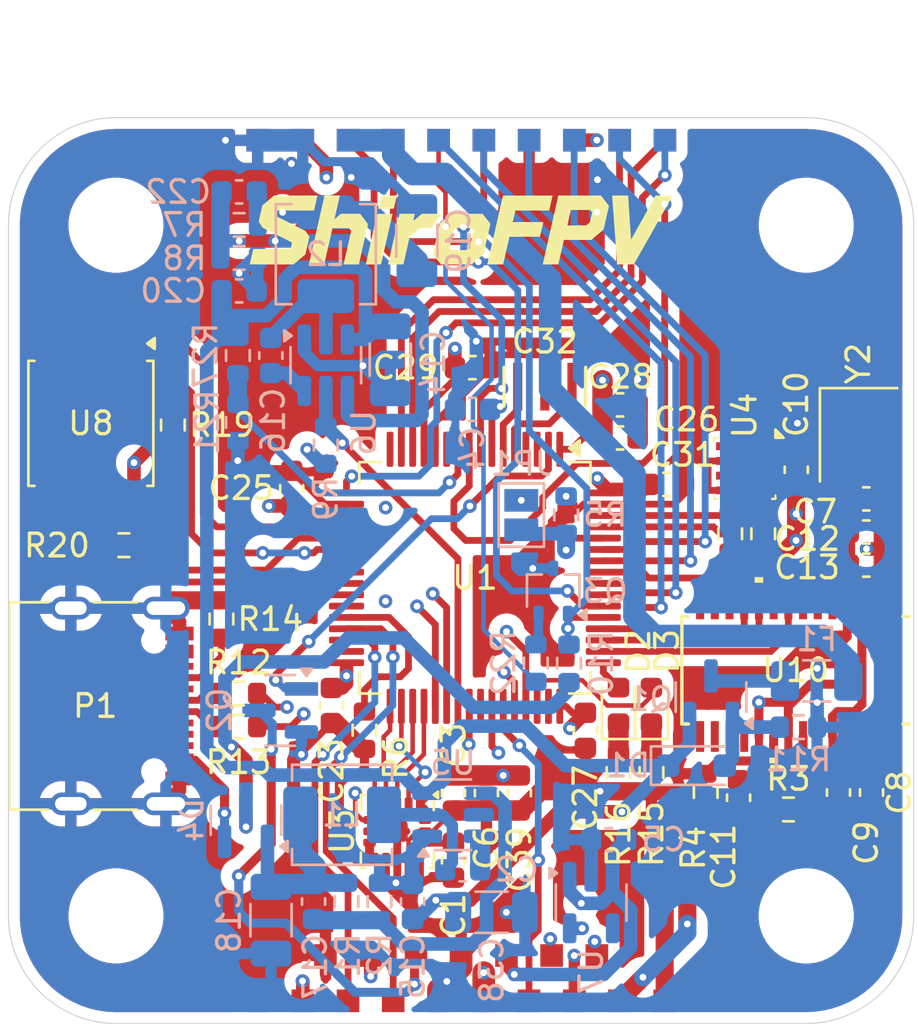
<source format=kicad_pcb>
(kicad_pcb (version 20241229) (generator "pcbnew") (generator_version "9.0")
  (title_block (title "AT435 Flight Controller") (date "2026-01-27") (rev "2026-01-27") (company "N/A") (comment 1 "Creator: Manuel Nadig"))
  (layers (0 "F.Cu" signal "TopLayer") (4 "In1.Cu" signal "Inner1") (6 "In2.Cu" signal "Inner2") (2 "B.Cu" signal "BottomLayer") (13 "F.Paste" user "TopPasteMaskLayer") (15 "B.Paste" user "BottomPasteMaskLayer") (5 "F.SilkS" user "TopSilkLayer") (7 "B.SilkS" user "BottomSilkLayer") (1 "F.Mask" user "TopSolderMaskLayer") (3 "B.Mask" user "BottomSolderMaskLayer") (25 "Edge.Cuts" user "BoardOutLine"))
  (net 0 "")
  (net 1 "GYRO_CS")
  (net 2 "BOOT0")
  (net 3 "BEEPER")
  (net 4 "OSD_MISO")
  (net 5 "OSD_MOSI")
  (net 6 "+5V")
  (net 7 "GYRO_SDO")
  (net 8 "GYRO_INIT")
  (net 9 "GND")
  (net 10 "OSD_SCK")
  (net 11 "OSD_CS")
  (net 12 "FLASH_MOSI")
  (net 13 "FLASH_SCK")
  (net 14 "+3.3V")
  (net 15 "GYRO_SCK")
  (net 16 "GYRO_SDA")
  (net 17 "VIN")
  (net 18 "I2C_SDA")
  (net 19 "USBD-")
  (net 20 "I2C_SCL")
  (net 21 "OSC_OUT")
  (net 22 "OSC_IN")
  (net 23 "ADC_RSSI")
  (net 24 "ADC_VBAT")
  (net 25 "FLASH_CS")
  (net 26 "FLASH_MISO")
  (net 27 "USBD+")
  (net 28 "V_IN")
  (net 29 "V_OUT")
  (net 30 "VBUS")
  (net 32 "Net-(D2-K)")
  (net 33 "Net-(U6-SW)")
  (net 34 "Net-(U6-FB)")
  (net 35 "9V_Enable")
  (net 36 "Net-(U6-BOOT)")
  (net 37 "Net-(U8-~{WP}{slash}IO_{2})")
  (net 38 "Net-(D3-K)")
  (net 40 "SBUS")
  (net 41 "Net-(Q3-B)")
  (net 44 "ADC_CURRENT")
  (net 46 "UART4TX")
  (net 47 "UART4RX")
  (net 49 "UART2RX")
  (net 53 "BOOT1")
  (net 54 "UART3TX")
  (net 55 "UART3RX")
  (net 57 "UART6TX")
  (net 58 "UART6RX")
  (net 60 "UART1TX")
  (net 61 "UART1RX")
  (net 62 "LEDSTATUS1")
  (net 63 "LEDSTATUS0")
  (net 64 "UART5TX")
  (net 65 "UART5RX")
  (net 66 "M1")
  (net 67 "M2")
  (net 68 "M3")
  (net 69 "M4")
  (net 71 "Net-(U3-REGOUT)")
  (net 72 "Net-(U5-SW)")
  (net 73 "Net-(U5-FB)")
  (net 75 "Net-(U5-BOOT)")
  (net 76 "Net-(U8-~{HOLD}{slash}~{RESET}{slash}IO_{3})")
  (net 77 "Net-(U10-XFB)")
  (net 78 "Net-(U10-CLKIN)")
  (net 79 "BEEPER_B-")
  (net 80 "+10V")
  (net 81 "+5V_BEC")
  (net 82 "Net-(P1-D-)")
  (net 83 "Net-(P1-CC)")
  (net 84 "Net-(P1-D+)")
  (net 86 "Net-(D1-A)")
  (net 87 "Net-(Q1-D)")
  (net 88 "Net-(C8-Pad2)")
  (net 89 "Net-(U10-VIN)")
  (net 90 "Net-(U10-VOUT)")
  (net 91 "Net-(U10-SAG)")
  (net 92 "VBAT")
  (net 106 "Net-(U1-NRST)")
  (footprint "Resistor_SMD:R_0603_1608Metric" (layer "F.Cu") (at 215.53 88.895 90)
    (property "Reference" "R17" (hide yes))
    (property "Value" "2.2K" (hide yes))
  )
  (footprint "LOGO" (layer "F.Cu") (at 202.185 75.54)
    (property "Reference" "G***" (hide yes))
    (property "Value" "LOGO" (hide yes))
  )
  (footprint "TestPoint:TestPoint_Pad_1.0x1.0mm_No_Silkscreen" (layer "F.Cu") (at 193.185 109.52 90)
    (property "Reference" "J46" (hide yes))
    (property "Value" "GND" (hide yes))
  )
  (footprint "LED_SMD:LED_0603_1608Metric" (layer "F.Cu") (at 209.135 96.47625 90)
    (property "Reference" "D2")
    (property "Value" "LED" (hide yes))
  )
  (footprint "Capacitor_SMD:C_0603_1608Metric" (layer "F.Cu") (at 201.8425 100.3425 -90)
    (property "Reference" "C3")
    (property "Value" "10nF" (hide yes))
  )
  (footprint "TestPoint:TestPoint_Pad_1.0x1.0mm_No_Silkscreen" (layer "F.Cu") (at 211.185 71.52 90)
    (property "Reference" "J19" (hide yes))
    (property "Value" "TX4" (hide yes))
  )
  (footprint "TestPoint:TestPoint_Pad_1.0x1.0mm_No_Silkscreen" (layer "F.Cu") (at 195.185 71.52 90)
    (property "Reference" "J17" (hide yes))
    (property "Value" "5V4" (hide yes))
  )
  (footprint "Capacitor_SMD:C_0603_1608Metric" (layer "F.Cu") (at 201.8425 103.3075 90)
    (property "Reference" "C1")
    (property "Value" "100nF" (hide yes))
  )
  (footprint "Capacitor_SMD:C_0603_1608Metric" (layer "F.Cu") (at 220.315 100.32 -90)
    (property "Reference" "C8")
    (property "Value" "47uF" (hide yes))
  )
  (footprint "All_Own_Symbols:AT7456" (layer "F.Cu") (at 216.965 94.92 -90)
    (property "Reference" "U10")
    (property "Value" "AT7456" (hide yes))
  )
  (footprint "TestPoint:TestPoint_Pad_1.0x1.0mm_No_Silkscreen" (layer "F.Cu") (at 205.18 109.52 90)
    (property "Reference" "J38" (hide yes))
    (property "Value" "RX1" (hide yes))
  )
  (footprint "Capacitor_SMD:C_0603_1608Metric" (layer "F.Cu") (at 204.7525 100.3425 -90)
    (property "Reference" "C39")
    (property "Value" "2.2uF" (hide yes))
  )
  (footprint "TestPoint:TestPoint_Pad_1.0x1.0mm_No_Silkscreen" (layer "F.Cu") (at 206.18 107.52 90)
    (property "Reference" "J36" (hide yes))
    (property "Value" "TX6" (hide yes))
  )
  (footprint "Resistor_SMD:R_0603_1608Metric" (layer "F.Cu") (at 209.135 99.44125 -90)
    (property "Reference" "R16")
    (property "Value" "150R" (hide yes))
  )
  (footprint "TestPoint:TestPoint_Pad_1.0x1.0mm_No_Silkscreen" (layer "F.Cu") (at 211.175 109.52 90)
    (property "Reference" "J12" (hide yes))
    (property "Value" "Video_IN" (hide yes))
  )
  (footprint "TestPoint:TestPoint_Pad_1.0x1.0mm_No_Silkscreen" (layer "F.Cu") (at 209.185 71.52 90)
    (property "Reference" "J18" (hide yes))
    (property "Value" "RX4" (hide yes))
  )
  (footprint "Capacitor_SMD:C_0603_1608Metric" (layer "F.Cu") (at 220.085 87.355)
    (property "Reference" "C7")
    (property "Value" "100nF" (hide yes))
  )
  (footprint "TestPoint:TestPoint_Pad_1.0x1.0mm_No_Silkscreen" (layer "F.Cu") (at 197.185 71.52 90)
    (property "Reference" "J31" (hide yes))
    (property "Value" "RX5" (hide yes))
  )
  (footprint "Resistor_SMD:R_0603_1608Metric" (layer "F.Cu") (at 216.645 101.07 180)
    (property "Reference" "R3")
    (property "Value" "75R" (hide yes))
  )
  (footprint "TestPoint:TestPoint_Pad_1.0x1.0mm_No_Silkscreen" (layer "F.Cu") (at 199.18 109.52 90)
    (property "Reference" "J15" (hide yes))
    (property "Value" "TX3" (hide yes))
  )
  (footprint "Package_LGA:Bosch_LGA-8_2.5x2.5mm_P0.65mm_ClockwisePinNumbering" (layer "F.Cu") (at 214.72 86.005 -90)
    (property "Reference" "U4")
    (property "Value" "BME280" (hide yes))
  )
  (footprint "TestPoint:TestPoint_Pad_1.0x1.0mm_No_Silkscreen" (layer "F.Cu") (at 195.185 109.52 90)
    (property "Reference" "J24" (hide yes))
    (property "Value" "+5V" (hide yes))
  )
  (footprint "Resistor_SMD:R_0603_1608Metric" (layer "F.Cu") (at 189.445 84.095 90)
    (property "Reference" "R19")
    (property "Value" "10K" (hide yes))
  )
  (footprint "TestPoint:TestPoint_Pad_1.0x1.0mm_No_Silkscreen" (layer "F.Cu") (at 203.185 71.52 90)
    (property "Reference" "J25" (hide yes))
    (property "Value" "RSSI" (hide yes))
  )
  (footprint "TestPoint:TestPoint_Pad_1.0x1.0mm_No_Silkscreen" (layer "F.Cu") (at 196.185 107.52 90)
    (property "Reference" "J16" (hide yes))
    (property "Value" "GND3" (hide yes))
  )
  (footprint "TestPoint:TestPoint_Pad_1.0x1.0mm_No_Silkscreen" (layer "F.Cu") (at 193.19 71.52 90)
    (property "Reference" "J40" (hide yes))
    (property "Value" "GND1" (hide yes))
  )
  (footprint "Capacitor_SMD:C_0603_1608Metric" (layer "F.Cu") (at 220.0852 88.8176)
    (property "Reference" "C12")
    (property "Value" "100nF" (hide yes))
  )
  (footprint "Capacitor_SMD:C_0603_1608Metric" (layer "F.Cu") (at 211.255 86.715)
    (property "Reference" "C31")
    (property "Value" "1uF" (hide yes))
  )
  (footprint "TestPoint:TestPoint_Pad_1.0x1.0mm_No_Silkscreen" (layer "F.Cu") (at 201.18 109.52 90)
    (property "Reference" "J35" (hide yes))
    (property "Value" "GND6" (hide yes))
  )
  (footprint "Connector_USB:USB_C_Receptacle_G-Switch_GT-USB-7010ASV" (layer "F.Cu") (at 186.01 96.5 -90)
    (property "Reference" "P1")
    (property "Value" "USB_C_Plug_USB2.0" (hide yes))
  )
  (footprint "TestPoint:TestPoint_Pad_1.0x1.0mm_No_Silkscreen" (layer "F.Cu") (at 207.185 71.52 90)
    (property "Reference" "J30" (hide yes))
    (property "Value" "5V5" (hide yes))
  )
  (footprint "Resistor_SMD:R_0603_1608Metric" (layer "F.Cu") (at 212.9876 100.3198 90)
    (property "Reference" "R4")
    (property "Value" "75R" (hide yes))
  )
  (footprint "TestPoint:TestPoint_Pad_1.0x1.0mm_No_Silkscreen" (layer "F.Cu") (at 198.185 107.52 90)
    (property "Reference" "J13" (hide yes))
    (property "Value" "5V3" (hide yes))
  )
  (footprint "Capacitor_SMD:C_0603_1608Metric" (layer "F.Cu") (at 209.205 84.665)
    (property "Reference" "C26")
    (property "Value" "100nF" (hide yes))
  )
  (footprint "TestPoint:TestPoint_Pad_1.0x1.0mm_No_Silkscreen" (layer "F.Cu") (at 208.18 107.52 90)
    (property "Reference" "J33" (hide yes))
    (property "Value" "RX6" (hide yes))
  )
  (footprint "TestPoint:TestPoint_Pad_1.0x1.0mm_No_Silkscreen" (layer "F.Cu") (at 207.18 109.52 90)
    (property "Reference" "J39" (hide yes))
    (property "Value" "TX1" (hide yes))
  )
  (footprint "TestPoint:TestPoint_Pad_1.0x1.0mm_No_Silkscreen" (layer "F.Cu") (at 204.185 107.52 90)
    (property "Reference" "J34" (hide yes))
    (property "Value" "5V6" (hide yes))
  )
  (footprint "Resistor_SMD:R_0603_1608Metric" (layer "F.Cu") (at 197.91 97.57 -90)
    (property "Reference" "R6")
    (property "Value" "10K" (hide yes))
  )
  (footprint "Resistor_SMD:R_0603_1608Metric" (layer "F.Cu") (at 192.34 95.95)
    (property "Reference" "R12")
    (property "Value" "22R" (hide yes))
  )
  (footprint "MountingHole:MountingHole_3.7mm" (layer "F.Cu") (at 186.93 105.77 90)
    (property "Reference" "REF**" (hide yes))
    (property "Value" "MountingHole_3.7mm" (hide yes))
  )
  (footprint "MountingHole:MountingHole_3.7mm" (layer "F.Cu") (at 186.93 75.27 90)
    (property "Reference" "REF**" (hide yes))
    (property "Value" "MountingHole_3.7mm" (hide yes))
  )
  (footprint "Capacitor_SMD:C_0603_1608Metric" (layer "F.Cu") (at 203.2975 100.3425 90)
    (property "Reference" "C6")
    (property "Value" "100nF" (hide yes))
  )
  (footprint "Capacitor_SMD:C_0603_1608Metric" (layer "F.Cu") (at 196.45 96.48 -90)
    (property "Reference" "C23")
    (property "Value" "100nF" (hide yes))
  )
  (footprint "Capacitor_SMD:C_0603_1608Metric" (layer "F.Cu") (at 207.67 97.575 -90)
    (property "Reference" "C27")
    (property "Value" "100nF" (hide yes))
  )
  (footprint "Resistor_SMD:R_0603_1608Metric" (layer "F.Cu") (at 187.28 89.4)
    (property "Reference" "R20")
    (property "Value" "10K" (hide yes))
  )
  (footprint "Resistor_SMD:R_0603_1608Metric" (layer "F.Cu") (at 214.07 88.895 90)
    (property "Reference" "R29" (hide yes))
    (property "Value" "2.2K" (hide yes))
  )
  (footprint "Capacitor_SMD:C_0603_1608Metric" (layer "F.Cu") (at 209.205 83.205)
    (property "Reference" "C28")
    (property "Value" "100nF" (hide yes))
  )
  (footprint "Resistor_SMD:R_0603_1608Metric" (layer "F.Cu") (at 191.59 92.66 -90)
    (property "Reference" "R14")
    (property "Value" "5.1K" (hide yes))
  )
  (footprint "Resistor_SMD:R_0603_1608Metric" (layer "F.Cu") (at 210.59 99.44125 -90)
    (property "Reference" "R15")
    (property "Value" "150R" (hide yes))
  )
  (footprint "LED_SMD:LED_0603_1608Metric" (layer "F.Cu") (at 210.59 96.47625 90)
    (property "Reference" "D3")
    (property "Value" "LED" (hide yes))
  )
  (footprint "Capacitor_SMD:C_0603_1608Metric" (layer "F.Cu") (at 194.695 86.89 90)
    (property "Reference" "C25")
    (property "Value" "100nF" (hide yes))
  )
  (footprint "Crystal:Crystal_SMD_3225-4Pin_3.2x2.5mm" (layer "F.Cu") (at 219.745 84.525 -90)
    (property "Reference" "Y2")
    (property "Value" "27MHz" (hide yes))
  )
  (footprint "Package_SO:SOIC-8_5.3x5.3mm_P1.27mm" (layer "F.Cu") (at 185.82 84.02 -90)
    (property "Reference" "U8")
    (property "Value" "W25Q128JVS" (hide yes))
  )
  (footprint "Package_LGA:LGA-16_3x3mm_P0.5mm_LayoutBorder3x5y" (layer "F.Cu") (at 199.36 102.035 -90)
    (property "Reference" "U3")
    (property "Value" "ICM-20602" (hide yes))
  )
  (footprint "TestPoint:TestPoint_Pad_1.0x1.0mm_No_Silkscreen" (layer "F.Cu") (at 205.185 71.52 90)
    (property "Reference" "J20" (hide yes))
    (property "Value" "GND4" (hide yes))
  )
  (footprint "Capacitor_SMD:C_0603_1608Metric" (layer "F.Cu") (at 220.085 90.28 180)
    (property "Reference" "C13")
    (property "Value" "100nF" (hide yes))
  )
  (footprint "Package_QFP:LQFP-64_10x10mm_P0.5mm" (layer "F.Cu") (at 202.79 90.84 -90)
    (property "Reference" "U1")
    (property "Value" "AT32F435RGT7" (hide yes))
  )
  (footprint "All_Own_Symbols:8MHz-Osciallator.kicad_sym" (layer "F.Cu") (at 205.88 82.4)
    (property "Reference" "C32")
    (property "Value" "CSTCE8M00G52-R0" (hide yes))
  )
  (footprint "TestPoint:TestPoint_Pad_1.0x1.0mm_No_Silkscreen" (layer "F.Cu") (at 200.185 107.52 90)
    (property "Reference" "J42" (hide yes))
    (property "Value" "B-" (hide yes))
  )
  (footprint "TestPoint:TestPoint_Pad_1.0x1.0mm_No_Silkscreen" (layer "F.Cu") (at 197.185 109.52 90)
    (property "Reference" "J14" (hide yes))
    (property "Value" "RX3" (hide yes))
  )
  (footprint "Resistor_SMD:R_0603_1608Metric" (layer "F.Cu") (at 192.34 97.41)
    (property "Reference" "R13" (hide yes))
    (property "Value" "22R" (hide yes))
  )
  (footprint "TestPoint:TestPoint_Pad_1.0x1.0mm_No_Silkscreen" (layer "F.Cu") (at 199.185 71.52 90)
    (property "Reference" "J32" (hide yes))
    (property "Value" "TX5" (hide yes))
  )
  (footprint "TestPoint:TestPoint_Pad_1.0x1.0mm_No_Silkscreen" (layer "F.Cu") (at 209.175 109.52 90)
    (property "Reference" "J11" (hide yes))
    (property "Value" "Video_Out" (hide yes))
  )
  (footprint "Capacitor_SMD:C_0603_1608Metric" (layer "F.Cu") (at 214.44 100.55 -90)
    (property "Reference" "C11")
    (property "Value" "100nF" (hide yes))
  )
  (footprint "TestPoint:TestPoint_Pad_1.0x1.0mm_No_Silkscreen" (layer "F.Cu") (at 203.18 109.52 90)
    (property "Reference" "J37" (hide yes))
    (property "Value" "10V" (hide yes))
  )
  (footprint "MountingHole:MountingHole_3.7mm" (layer "F.Cu") (at 217.43 75.27 90)
    (property "Reference" "REF**" (hide yes))
    (property "Value" "MountingHole_3.7mm" (hide yes))
  )
  (footprint "MountingHole:MountingHole_3.7mm" (layer "F.Cu") (at 217.43 105.77 90)
    (property "Reference" "REF**" (hide yes))
    (property "Value" "MountingHole_3.7mm" (hide yes))
  )
  (footprint "TestPoint:TestPoint_Pad_1.0x1.0mm_No_Silkscreen" (layer "F.Cu") (at 201.185 71.52 90)
    (property "Reference" "J29" (hide yes))
    (property "Value" "SBUS" (hide yes))
  )
  (footprint "TestPoint:TestPoint_Pad_1.0x1.0mm_No_Silkscreen" (layer "F.Cu") (at 202.18 107.52 90)
    (property "Reference" "J26" (hide yes))
    (property "Value" "GND5" (hide yes))
  )
  (footprint "Capacitor_SMD:C_0603_1608Metric" (layer "F.Cu") (at 218.855 100.32 -90)
    (property "Reference" "C9")
    (property "Value" "47uF" (hide yes))
  )
  (footprint "Capacitor_SMD:C_0603_1608Metric" (layer "F.Cu") (at 216.99 86.07 90)
    (property "Reference" "C10")
    (property "Value" "100nF" (hide yes))
  )
  (footprint "Capacitor_SMD:C_0603_1608Metric" (layer "F.Cu") (at 202.68 81.56)
    (property "Reference" "C29")
    (property "Value" "100nF" (hide yes))
  )
  (footprint "Capacitor_SMD:C_0603_1608Metric" (layer "B.Cu") (at 208.705 102.4 180)
    (property "Reference" "C5")
    (property "Value" "1uF" (hide yes))
  )
  (footprint "Capacitor_SMD:C_0603_1608Metric" (layer "B.Cu") (at 195.66 105.135 -90)
    (property "Reference" "C17")
    (property "Value" "100pF" (hide yes))
  )
  (footprint "Resistor_SMD:R_0603_1608Metric" (layer "B.Cu") (at 192.3175 83.98 -90)
    (property "Reference" "R21")
    (property "Value" "2K" (hide yes))
  )
  (footprint "Fuse:Fuse_1206_3216Metric" (layer "B.Cu") (at 217.8925 95.395 180)
    (property "Reference" "F1")
    (property "Value" "Fuse" (hide yes))
  )
  (footprint "Resistor_SMD:R_0603_1608Metric" (layer "B.Cu") (at 205.4825 94.605 90)
    (property "Reference" "R22")
    (property "Value" "4.7K" (hide yes))
  )
  (footprint "TestPoint:TestPoint_Pad_1.0x1.0mm_No_Silkscreen" (layer "B.Cu") (at 199.185 71.52 -90)
    (property "Reference" "J4" (hide yes))
    (property "Value" "VBAT" (hide yes))
  )
  (footprint "Capacitor_SMD:C_0603_1608Metric" (layer "B.Cu") (at 202.25 103.735)
    (property "Reference" "C2")
    (property "Value" "100nF" (hide yes))
  )
  (footprint "Package_TO_SOT_SMD:SOT-23" (layer "B.Cu") (at 193.785 96.6975)
    (property "Reference" "Q2")
    (property "Value" "AO3400A" (hide yes))
  )
  (footprint "Capacitor_SMD:C_0603_1608Metric" (layer "B.Cu") (at 200.035 105.135 90)
    (property "Reference" "C15")
    (property "Value" "100nF" (hide yes))
  )
  (footprint "TestPoint:TestPoint_Pad_1.0x1.0mm_No_Silkscreen" (layer "B.Cu") (at 203.185 71.52 -90)
    (property "Reference" "J6" (hide yes))
    (property "Value" "M2" (hide yes))
  )
  (footprint "Resistor_SMD:R_0603_1608Metric" (layer "B.Cu") (at 198.575 105.135 -90)
    (property "Reference" "R2")
    (property "Value" "12.3K" (hide yes))
  )
  (footprint "Capacitor_SMD:C_0603_1608Metric" (layer "B.Cu") (at 192.3725 78.17)
    (property "Reference" "C20")
    (property "Value" "100nF" (hide yes))
  )
  (footprint "Capacitor_SMD:C_1206_3216Metric" (layer "B.Cu") (at 199.0525 81.21 -90)
    (property "Reference" "C14")
    (property "Value" "10uF" (hide yes))
  )
  (footprint "Resistor_SMD:R_0603_1608Metric" (layer "B.Cu") (at 217.085 97.435)
    (property "Reference" "R11")
    (property "Value" "100K" (hide yes))
  )
  (footprint "Diode_SMD:D_SOD-323_HandSoldering" (layer "B.Cu") (at 212.58 99.135)
    (property "Reference" "D1")
    (property "Value" "MM3Z10VT1G" (hide yes))
  )
  (footprint "TestPoint:TestPoint_Pad_1.0x1.0mm_No_Silkscreen" (layer "B.Cu") (at 207.185 71.52 -90)
    (property "Reference" "J8" (hide yes))
    (property "Value" "M4" (hide yes))
  )
  (footprint "Resistor_SMD:R_0603_1608Metric" (layer "B.Cu") (at 206.82 88.065 90)
    (property "Reference" "R5")
    (property "Value" "10K" (hide yes))
  )
  (footprint "TestPoint:TestPoint_Pad_1.0x1.0mm_No_Silkscreen" (layer "B.Cu") (at 201.185 71.52 -90)
    (property "Reference" "J5" (hide yes))
    (property "Value" "M1" (hide yes))
  )
  (footprint "Resistor_SMD:R_0603_1608Metric" (layer "B.Cu") (at 197.115 105.135 -90)
    (property "Reference" "R1")
    (property "Value" "100K" (hide yes))
  )
  (footprint "Package_TO_SOT_SMD:SOT-23-6" (layer "B.Cu") (at 196.2025 81.45 -90)
    (property "Reference" "U6")
    (property "Value" "TPS54302DDCR" (hide yes))
  )
  (footprint "TestPoint:TestPoint_Pad_1.0x1.0mm_No_Silkscreen" (layer "B.Cu") (at 195.185 71.52 -90)
    (property "Reference" "J2" (hide yes))
    (property "Value" "GND" (hide yes))
  )
  (footprint "TestPoint:TestPoint_Pad_1.0x1.0mm_No_Silkscreen" (layer "B.Cu") (at 205.185 71.52 -90)
    (property "Reference" "J7" (hide yes))
    (property "Value" "M3" (hide yes))
  )
  (footprint "Capacitor_SMD:C_0603_1608Metric" (layer "B.Cu") (at 202.68 83.4)
    (property "Reference" "C4")
    (property "Value" "100nF" (hide yes))
  )
  (footprint "Resistor_SMD:R_0603_1608Metric" (layer "B.Cu") (at 206.9475 94.615 90)
    (property "Reference" "R10")
    (property "Value" "10K" (hide yes))
  )
  (footprint "TestPoint:TestPoint_Pad_1.0x1.0mm_No_Silkscreen" (layer "B.Cu") (at 197.185 71.52 -90)
    (property "Reference" "J3" (hide yes))
    (property "Value" "VBAT" (hide yes))
  )
  (footprint "Capacitor_SMD:C_0603_1608Metric" (layer "B.Cu") (at 193.7725 81.025 -90)
    (property "Reference" "C16")
    (property "Value" "100nF" (hide yes))
  )
  (footprint "TestPoint:TestPoint_Pad_1.0x1.0mm_No_Silkscreen" (layer "B.Cu") (at 209.185 71.52 -90)
    (property "Reference" "J9" (hide yes))
    (property "Value" "CUR" (hide yes))
  )
  (footprint "Package_TO_SOT_SMD:SOT-323_SC-70" (layer "B.Cu") (at 206.25 91.425 90)
    (property "Reference" "Q3")
    (property "Value" "BC817W" (hide yes))
  )
  (footprint "Resistor_SMD:R_0603_1608Metric" (layer "B.Cu") (at 192.3725 76.715)
    (property "Reference" "R8")
    (property "Value" "6.2K" (hide yes))
  )
  (footprint "Capacitor_SMD:C_1206_3216Metric" (layer "B.Cu") (at 200.225 75.95 90)
    (property "Reference" "C19")
    (property "Value" "47uF" (hide yes))
  )
  (footprint "TestPoint:TestPoint_Pad_1.0x1.0mm_No_Silkscreen" (layer "B.Cu") (at 193.19 71.52 -90)
    (property "Reference" "J1" (hide yes))
    (property "Value" "GND" (hide yes))
  )
  (footprint "Jumper:SolderJumper-2_P1.3mm_Open_Pad1.0x1.5mm" (layer "B.Cu") (at 204.84 88.07 -90)
    (property "Reference" "JP1")
    (property "Value" "SolderJumper_2_Open" (hide yes))
  )
  (footprint "TestPoint:TestPoint_Pad_1.0x1.0mm_No_Silkscreen" (layer "B.Cu") (at 211.185 71.52 -90)
    (property "Reference" "J10" (hide yes))
    (property "Value" "TLM" (hide yes))
  )
  (footprint "Inductor_SMD:L_APV_APH0412" (layer "B.Cu") (at 196.2025 76.55 90)
    (property "Reference" "L2")
    (property "Value" "15uH" (hide yes))
  )
  (footprint "Package_TO_SOT_SMD:SOT-23-6" (layer "B.Cu") (at 201.82 101.305)
    (property "Reference" "U5")
    (property "Value" "TPS54302" (hide yes))
  )
  (footprint "Capacitor_SMD:C_1206_3216Metric" (layer "B.Cu") (at 193.78 105.96 -90)
    (property "Reference" "C18")
    (property "Value" "47uF" (hide yes))
  )
  (footprint "Resistor_SMD:R_0603_1608Metric" (layer "B.Cu") (at 192.3175 81.025 -90)
    (property "Reference" "R27")
    (property "Value" "18K" (hide yes))
  )
  (footprint "Capacitor_SMD:C_1206_3216Metric" (layer "B.Cu") (at 203.525 105.61)
    (property "Reference" "C38")
    (property "Value" "10uF" (hide yes))
  )
  (footprint "Capacitor_SMD:C_0603_1608Metric" (layer "B.Cu") (at 192.3725 73.8 180)
    (property "Reference" "C22")
    (property "Value" "150pF" (hide yes))
  )
  (footprint "Package_TO_SOT_SMD:SOT-23-5" (layer "B.Cu") (at 207.9275 105.18 -90)
    (property "Reference" "U7")
    (property "Value" "RT9013-33GB" (hide yes))
  )
  (footprint "Package_TO_SOT_SMD:SOT-23" (layer "B.Cu") (at 192.675 101.5375 90)
    (property "Reference" "D4")
    (property "Value" "PMEG4005CT,215" (hide yes))
  )
  (footprint "Resistor_SMD:R_0603_1608Metric" (layer "B.Cu") (at 196.2025 84.98 90)
    (property "Reference" "R9")
    (property "Value" "10K" (hide yes))
  )
  (footprint "Inductor_SMD:L_APV_APH0412" (layer "B.Cu") (at 196.92 101.305 180)
    (property "Reference" "L1")
    (property "Value" "10uH" (hide yes))
  )
  (footprint "Resistor_SMD:R_0603_1608Metric" (layer "B.Cu") (at 192.3725 75.26 180)
    (property "Reference" "R7")
    (property "Value" "100K" (hide yes))
  )
  (footprint "Package_TO_SOT_SMD:SOT-23" (layer "B.Cu") (at 213.2225 95.71 -90)
    (property "Reference" "Q1")
    (property "Value" "AO3401A" (hide yes))
  )
  (gr_line (start 217.43 70.52) (end 186.93 70.52) (stroke (width 0.05)) (layer "Edge.Cuts"))
  (gr_line (start 182.18 75.27) (end 182.18 105.77) (stroke (width 0.05)) (layer "Edge.Cuts"))
  (gr_arc (start 217.43 70.52) (mid 220.788757 71.911242) (end 222.18 75.269999) (stroke (width 0.05)) (layer "Edge.Cuts"))
  (gr_arc (start 182.18 75.27) (mid 183.571243 71.911243) (end 186.93 70.52) (stroke (width 0.05)) (layer "Edge.Cuts"))
  (gr_line (start 222.18 105.77) (end 222.18 75.269999) (stroke (width 0.05)) (layer "Edge.Cuts"))
  (gr_arc (start 186.93 110.52) (mid 183.571243 109.128757) (end 182.18 105.77) (stroke (width 0.05)) (layer "Edge.Cuts"))
  (gr_line (start 186.93 110.52) (end 217.43 110.52) (stroke (width 0.05)) (layer "Edge.Cuts"))
  (gr_arc (start 222.18 105.77) (mid 220.788757 109.128757) (end 217.43 110.52) (stroke (width 0.05)) (layer "Edge.Cuts"))
  (gr_text "R13" (at 192.345 98.98 0) (layer "F.SilkS") (effects (font (size 1 1))))
  (segment (start 199.04 97.575) (end 199.04 96.515) (width 0.2) (layer "F.Cu") (net 1))
  (segment (start 198.36 100.81) (end 198.36 99.555) (width 0.2) (layer "F.Cu") (net 1))
  (segment (start 198.76 99.155) (end 198.76 97.855) (width 0.2) (layer "F.Cu") (net 1))
  (segment (start 198.76 97.855) (end 199.04 97.575) (width 0.2) (layer "F.Cu") (net 1))
  (segment (start 198.36 99.555) (end 198.76 99.155) (width 0.2) (layer "F.Cu") (net 1))
  (segment (start 206.819 89.615) (end 206.819 89.291) (width 0.3) (layer "F.Cu") (net 2))
  (segment (start 206.819 89.291) (end 207.02 89.09) (width 0.3) (layer "F.Cu") (net 2))
  (segment (start 207.02 89.09) (end 208.465 89.09) (width 0.3) (layer "F.Cu") (net 2))
  (via (at 206.819 89.615) (size 0.6) (drill 0.3) (layers "F.Cu" "B.Cu") (net 2))
  (segment (start 206.819 89.615) (end 206.819 88.891) (width 0.8) (layer "B.Cu") (net 2))
  (segment (start 206.82 88.89) (end 205.01 88.89) (width 0.6) (layer "B.Cu") (net 2))
  (segment (start 205.01 88.89) (end 204.84 88.72) (width 0.6) (layer "B.Cu") (net 2))
  (segment (start 206.819 88.891) (end 206.82 88.89) (width 0.8) (layer "B.Cu") (net 2))
  (segment (start 203.899239 86.345) (end 205.739534 86.345) (width 0.3) (layer "F.Cu") (net 3))
  (segment (start 193.990949 95.114051) (end 195.44962 93.65538) (width 0.3) (layer "F.Cu") (net 3))
  (segment (start 202.570001 87.674238) (end 203.899239 86.345) (width 0.3) (layer "F.Cu") (net 3))
  (segment (start 193.990949 95.355) (end 193.990949 95.114051) (width 0.3) (layer "F.Cu") (net 3))
  (segment (start 205.739534 86.345) (end 206.04 86.044534) (width 0.3) (layer "F.Cu") (net 3))
  (segment (start 206.04 86.044534) (end 206.04 85.165) (width 0.3) (layer "F.Cu") (net 3))
  (via (at 193.990949 95.355) (size 0.6) (drill 0.3) (layers "F.Cu" "B.Cu") (net 3))
  (via (at 195.44962 93.65538) (size 0.6) (drill 0.3) (layers "F.Cu" "B.Cu") (net 3))
  (via (at 202.570001 87.674238) (size 0.6) (drill 0.3) (layers "F.Cu" "B.Cu") (net 3))
  (segment (start 194.383449 95.7475) (end 195.1225 95.7475) (width 0.3) (layer "B.Cu") (net 3))
  (segment (start 195.67538 93.42962) (end 195.44962 93.65538) (width 0.3) (layer "B.Cu") (net 3))
  (segment (start 202.570001 87.674238) (end 202.014239 88.23) (width 0.3) (layer "B.Cu") (net 3))
  (segment (start 202.014239 88.23) (end 200.869982 88.23) (width 0.3) (layer "B.Cu") (net 3))
  (segment (start 195.67538 93.424602) (end 195.67538 93.42962) (width 0.3) (layer "B.Cu") (net 3))
  (segment (start 193.990949 95.355) (end 194.383449 95.7475) (width 0.3) (layer "B.Cu") (net 3))
  (segment (start 200.869982 88.23) (end 195.67538 93.424602) (width 0.3) (layer "B.Cu") (net 3))
  (segment (start 214.690001 92.974999) (end 214.690001 91.99265) (width 0.3) (layer "F.Cu") (net 4))
  (segment (start 208.465 93.09) (end 214.575 93.09) (width 0.3) (layer "F.Cu") (net 4))
  (segment (start 214.575 93.09) (end 214.690001 92.974999) (width 0.3) (layer "F.Cu") (net 4))
  (segment (start 208.465 90.59) (end 210.205 90.59) (width 0.3) (layer "F.Cu") (net 5))
  (segment (start 215.6128 90.85) (end 215.990001 91.227201) (width 0.3) (layer "F.Cu") (net 5))
  (segment (start 215.990001 91.227201) (end 215.990001 91.99265) (width 0.3) (layer "F.Cu") (net 5))
  (segment (start 210.465 90.85) (end 215.6128 90.85) (width 0.3) (layer "F.Cu") (net 5))
  (segment (start 210.205 90.59) (end 210.465 90.85) (width 0.3) (layer "F.Cu") (net 5))
  (segment (start 220.095618 89.565) (end 220.86 89.565) (width 0.6) (layer "F.Cu") (net 6))
  (segment (start 215.339999 97.84735) (end 215.339999 96.340402) (width 0.4) (layer "F.Cu") (net 6))
  (segment (start 195.185 108.66) (end 195.185 109.52) (width 0.6) (layer "F.Cu") (net 6))
  (segment (start 218.590001 96.969999) (end 218.590001 97.84735) (width 0.4) (layer "F.Cu") (net 6))
  (segment (start 216.82 96.335) (end 217.616901 95.538099) (width 0.4) (layer "F.Cu") (net 6))
  (segment (start 192.066854 98.311854) (end 192.03336 98.311854) (width 0.6) (layer "F.Cu") (net 6))
  (segment (start 219.89 96.43) (end 219.57 96.75) (width 0.4) (layer "F.Cu") (net 6))
  (segment (start 195.17 108.645) (end 195.185 108.66) (width 0.6) (layer "F.Cu") (net 6))
  (segment (start 217.616901 95.538099) (end 219.89 95.538099) (width 0.4) (layer "F.Cu") (net 6))
  (segment (start 220.67 90.28) (end 220.86 90.28) (width 0.4) (layer "F.Cu") (net 6))
  (segment (start 219.89 95.538099) (end 219.89 96.43) (width 0.4) (layer "F.Cu") (net 6))
  (segment (start 220.676532 90.28) (end 220.86 90.28) (width 0.4) (layer "F.Cu") (net 6))
  (segment (start 216.639999 96.515001) (end 216.639999 97.84735) (width 0.4) (layer "F.Cu") (net 6))
  (segment (start 220.86 89.565) (end 220.86 88.8178) (width 0.9) (layer "F.Cu") (net 6))
  (segment (start 216.358521 96.335) (end 215.334597 96.335) (width 0.4) (layer "F.Cu") (net 6))
  (segment (start 192.675 101.84) (end 192.675 98.92) (width 0.6) (layer "F.Cu") (net 6))
  (segment (start 198.185 108.445) (end 198.185 107.52) (width 0.6) (layer "F.Cu") (net 6))
  (segment (start 196.08 72.415) (end 195.185 71.52) (width 0.6) (layer "F.Cu") (net 6))
  (segment (start 218.81 96.75) (end 218.590001 96.969999) (width 0.4) (layer "F.Cu") (net 6))
  (segment (start 219.89 91.066532) (end 220.676532 90.28) (width 0.4) (layer "F.Cu") (net 6))
  (segment (start 219.89 91.99265) (end 219.89 95.538099) (width 0.4) (layer "F.Cu") (net 6))
  (segment (start 220.093472 89.562854) (end 220.095618 89.565) (width 0.6) (layer "F.Cu") (net 6))
  (segment (start 220.86 90.28) (end 220.86 90.250002) (width 0.2) (layer "F.Cu") (net 6))
  (segment (start 219.89 91.99265) (end 219.89 91.066532) (width 0.4) (layer "F.Cu") (net 6))
  (segment (start 220.8602 87.3552) (end 220.86 87.355) (width 0.9) (layer "F.Cu") (net 6))
  (segment (start 220.86 88.8178) (end 220.8602 88.8176) (width 0.9) (layer "F.Cu") (net 6))
  (segment (start 220.86 90.28) (end 220.86 89.565) (width 0.9) (layer "F.Cu") (net 6))
  (segment (start 207.185 71.515) (end 208.179998 71.515) (width 0.6) (layer "F.Cu") (net 6))
  (segment (start 216.82 96.335) (end 216.639999 96.515001) (width 0.4) (layer "F.Cu") (net 6))
  (segment (start 219.57 96.75) (end 218.81 96.75) (width 0.4) (layer "F.Cu") (net 6))
  (segment (start 196.225325 73.164) (end 196.225 73.163675) (width 0.6) (layer "F.Cu") (net 6))
  (segment (start 196.08 72.4175) (end 196.08 72.415) (width 0.6) (layer "F.Cu") (net 6))
  (segment (start 204.53 108.27) (end 204.185 107.925) (width 0.6) (layer "F.Cu") (net 6))
  (segment (start 215.339999 96.340402) (end 215.334597 96.335) (width 0.3) (layer "F.Cu") (net 6))
  (segment (start 216.358521 96.335) (end 216.82 96.335) (width 0.4) (layer "F.Cu") (net 6))
  (segment (start 196.225 73.163675) (end 196.225 72.5625) (width 0.6) (layer "F.Cu") (net 6))
  (segment (start 204.185 107.925) (end 204.185 107.52) (width 0.6) (layer "F.Cu") (net 6))
  (segment (start 204.53 108.355) (end 204.53 108.27) (width 0.6) (layer "F.Cu") (net 6))
  (segment (start 196.225 72.5625) (end 196.08 72.4175) (width 0.6) (layer "F.Cu") (net 6))
  (segment (start 220.8602 88.8176) (end 220.8602 87.3552) (width 0.9) (layer "F.Cu") (net 6))
  (segment (start 192.675 98.92) (end 192.066854 98.311854) (width 0.6) (layer "F.Cu") (net 6))
  (via (at 207.49 105.215) (size 0.6) (drill 0.3) (layers "F.Cu" "B.Cu") (net 6))
  (via (at 208.179998 71.515) (size 0.6) (drill 0.3) (layers "F.Cu" "B.Cu") (net 6))
  (via (at 196.225325 73.164) (size 0.6) (drill 0.3) (layers "F.Cu" "B.Cu") (net 6))
  (via (at 215.334597 96.335) (size 0.6) (drill 0.3) (layers "F.Cu" "B.Cu") (net 6))
  (via (at 220.093472 89.562854) (size 0.6) (drill 0.3) (layers "F.Cu" "B.Cu") (net 6))
  (via (at 198.185 108.445) (size 0.6) (drill 0.3) (layers "F.Cu" "B.Cu") (net 6))
  (via (at 195.17 108.645) (size 0.6) (drill 0.3) (layers "F.Cu" "B.Cu") (net 6))
  (via (at 192.675 101.84) (size 0.6) (drill 0.3) (layers "F.Cu" "B.Cu") (net 6))
  (via (at 192.03336 98.311854) (size 0.6) (drill 0.3) (layers "F.Cu" "B.Cu") (net 6))
  (via (at 204.53 108.355) (size 0.6) (drill 0.3) (layers "F.Cu" "B.Cu") (net 6))
  (segment (start 208.8775 104.705) (end 208.8775 104.0425) (width 0.6) (layer "B.Cu") (net 6))
  (segment (start 192.03336 98.311854) (end 192.03336 98.310439) (width 0.6) (layer "B.Cu") (net 6))
  (segment (start 197.19 93.495) (end 199.65 93.495) (width 0.6) (layer "B.Cu") (net 6))
  (segment (start 206.9475 95.7825) (end 206.9475 95.44) (width 0.6) (layer "B.Cu") (net 6))
  (segment (start 209.48 102.4) (end 208.8775 103.0025) (width 0.6) (layer "B.Cu") (net 6))
  (segment (start 209.6785 105.506) (end 208.8775 104.705) (width 0.6) (layer "B.Cu") (net 6))
  (segment (start 208.8775 103.0025) (end 208.8775 104.0425) (width 0.6) (layer "B.Cu") (net 6))
  (segment (start 208.3675 105.215) (end 208.8775 104.705) (width 0.6) (layer "B.Cu") (net 6))
  (segment (start 208.477786 108.355) (end 209.6785 107.154286) (width 0.6) (layer "B.Cu") (net 6))
  (segment (start 209.6785 107.154286) (end 209.6785 105.506) (width 0.6) (layer "B.Cu") (net 6))
  (segment (start 204.53 108.355) (end 208.477786 108.355) (width 0.6) (layer "B.Cu") (net 6))
  (segment (start 192.67 101.835) (end 192.67 100.6) (width 0.6) (layer "B.Cu") (net 6))
  (segment (start 206.9775 104.0425) (end 206.9775 104.7025) (width 0.6) (layer "B.Cu") (net 6))
  (segment (start 199.65 93.495) (end 202.715 96.56) (width 0.6) (layer "B.Cu") (net 6))
  (segment (start 192.49 94.555) (end 196.13 94.555) (width 0.6) (layer "B.Cu") (net 6))
  (segment (start 206.17 96.56) (end 206.9475 95.7825) (width 0.6) (layer "B.Cu") (net 6))
  (segment (start 192.675 101.84) (end 192.67 101.835) (width 0.5) (layer "B.Cu") (net 6))
  (segment (start 191.746 98.023079) (end 191.746 95.299) (width 0.6) (layer "B.Cu") (net 6))
  (segment (start 206.9775 104.7025) (end 207.49 105.215) (width 0.6) (layer "B.Cu") (net 6))
  (segment (start 196.13 94.555) (end 197.19 93.495) (width 0.6) (layer "B.Cu") (net 6))
  (segment (start 191.746 95.299) (end 192.49 94.555) (width 0.6) (layer "B.Cu") (net 6))
  (segment (start 192.03336 98.310439) (end 191.746 98.023079) (width 0.6) (layer "B.Cu") (net 6))
  (segment (start 207.49 105.215) (end 208.3675 105.215) (width 0.6) (layer "B.Cu") (net 6))
  (segment (start 202.715 96.56) (end 206.17 96.56) (width 0.6) (layer "B.Cu") (net 6))
  (segment (start 198.86 100.81) (end 198.86 99.72) (width 0.2) (layer "F.Cu") (net 7))
  (segment (start 200.04 98.54) (end 200.04 96.515) (width 0.2) (layer "F.Cu") (net 7))
  (segment (start 198.86 99.72) (end 200.04 98.54) (width 0.2) (layer "F.Cu") (net 7))
  (segment (start 197.808152 101.535) (end 198.135 101.535) (width 0.2) (layer "F.Cu") (net 8))
  (segment (start 202.54 97.975) (end 202.54 96.515) (width 0.3) (layer "F.Cu") (net 8))
  (segment (start 202.520293 98.191079) (end 202.520293 97.994707) (width 0.3) (layer "F.Cu") (net 8))
  (segment (start 197.5 100.345) (end 197.5 101.226848) (width 0.2) (layer "F.Cu") (net 8))
  (segment (start 202.520293 97.994707) (end 202.54 97.975) (width 0.3) (layer "F.Cu") (net 8))
  (segment (start 197.5 101.226848) (end 197.808152 101.535) (width 0.2) (layer "F.Cu") (net 8))
  (via (at 202.520293 98.191079) (size 0.6) (drill 0.3) (layers "F.Cu" "B.Cu") (net 8))
  (via (at 197.5 100.345) (size 0.6) (drill 0.3) (layers "F.Cu" "B.Cu") (net 8))
  (segment (start 189.48 91.835) (end 189.135 92.18) (width 0.8) (layer "F.Cu") (net 9))
  (segment (start 207.275466 87.9) (end 207.585466 87.59) (width 0.3) (layer "F.Cu") (net 9))
  (segment (start 197.505 103.26) (end 196.8 102.555) (width 0.4) (layer "F.Cu") (net 9))
  (segment (start 219.31 87.355) (end 219.31 88.8174) (width 0.9) (layer "F.Cu") (net 9))
  (segment (start 207.585466 87.59) (end 208.465 87.59) (width 0.3) (layer "F.Cu") (net 9))
  (segment (start 208.8949 80.9949) (end 209.98 82.08) (width 0.3) (layer "F.Cu") (net 9))
  (segment (start 211.58 87.59) (end 212.03 87.14) (width 0.3) (layer "F.Cu") (net 9))
  (segment (start 206.169 90.354) (end 206.169 88.351) (width 0.3) (layer "F.Cu") (net 9))
  (segment (start 206.6451 80.9949) (end 205.1149 80.9949) (width 0.3) (layer "F.Cu") (net 9))
  (segment (start 191.59 91.835) (end 189.48 91.835) (width 0.8) (layer "F.Cu") (net 9))
  (segment (start 201.04 85.165) (end 201.04 83.975) (width 0.3) (layer "F.Cu") (net 9))
  (segment (start 219.24 90.21) (end 219.24 88.8878) (width 0.7) (layer "F.Cu") (net 9))
  (segment (start 213.695 86.98) (end 213.145 86.98) (width 0.3) (layer "F.Cu") (net 9))
  (segment (start 206.098 90.425) (end 206.169 90.354) (width 0.3) (layer "F.Cu") (net 9))
  (segment (start 209.98 82.08) (end 209.98 83.205) (width 0.3) (layer "F.Cu") (net 9))
  (segment (start 197.526 99.644) (end 197.91 99.26) (width 0.4) (layer "F.Cu") (net 9))
  (segment (start 206.62 87.9) (end 207.275466 87.9) (width 0.3) (layer "F.Cu") (net 9))
  (segment (start 189.735 92.78) (end 189.135 92.18) (width 0.6) (layer "F.Cu") (net 9))
  (segment (start 204.18 105.61) (end 204.09 105.61) (width 0.6) (layer "F.Cu") (net 9))
  (segment (start 198.135 103.26) (end 198.135 102.561) (width 0.4) (layer "F.Cu") (net 9))
  (segment (start 197.91 99.26) (end 197.91 98.395) (width 0.4) (layer "F.Cu") (net 9))
  (segment (start 200.258152 102.035) (end 199.86 102.433152) (width 0.2) (layer "F.Cu") (net 9))
  (segment (start 196.799 99.931) (end 197.086 99.644) (width 0.4) (layer "F.Cu") (net 9))
  (segment (start 209.98 84.665) (end 209.98 83.205) (width 0.9) (layer "F.Cu") (net 9))
  (segment (start 196.799 100.635364) (end 196.799 99.931) (width 0.4) (layer "F.Cu") (net 9))
  (segment (start 215.7422 98.9278) (end 215.990001 98.679999) (width 0.4) (layer "F.Cu") (net 9))
  (segment (start 204.851874 101.1175) (end 204.7525 101.1175) (width 0.8) (layer "F.Cu") (net 9))
  (segment (start 220.595 85.625) (end 220.595 85.970626) (width 0.8) (layer "F.Cu") (net 9))
  (segment (start 196.8 102.555) (end 196.8 100.636364) (width 0.4) (layer "F.Cu") (net 9))
  (segment (start 205.345 90.425) (end 206.098 90.425) (width 0.3) (layer "F.Cu") (net 9))
  (segment (start 196.8 100.636364) (end 196.799 100.635364) (width 0.4) (layer "F.Cu") (net 9))
  (segment (start 217.9125 96.585) (end 217.9125 96.35) (width 0.3) (layer "F.Cu") (net 9))
  (segment (start 200.925 102.035) (end 200.585 102.035) (width 0.2) (layer "F.Cu") (net 9))
  (segment (start 197.805 98.395) (end 196.665 97.255) (width 0.8) (layer "F.Cu") (net 9))
  (segment (start 213.094 85.731) (end 213.145 85.68) (width 0.3) (layer "F.Cu") (net 9))
  (segment (start 200.585 102.035) (end 200.258152 102.035) (width 0.2) (layer "F.Cu") (net 9))
  (segment (start 202.18 107.52) (end 200.36 105.7) (width 0.4) (layer "F.Cu") (net 9))
  (segment (start 201.18 109.03) (end 201.5475 108.6625) (width 1) (layer "F.Cu") (net 9))
  (segment (start 219.31 88.8174) (end 219.3102 88.8176) (width 0.9) (layer "F.Cu") (net 9))
  (segment (start 189.735 99.7) (end 189.735 100.22) (width 0.6) (layer "F.Cu") (net 9))
  (segment (start 217.9125 94.7625) (end 219.239999 93.435001) (width 0.4) (layer "F.Cu") (net 9))
  (segment (start 206.82 87.24) (end 206.82 87.9) (width 0.3) (layer "F.Cu") (net 9))
  (segment (start 201.5475 108.6625) (end 202.18 108.03) (width 1) (layer "F.Cu") (net 9))
  (segment (start 217.939999 97.84735) (end 217.939999 96.612499) (width 0.4) (layer "F.Cu") (net 9))
  (segment (start 203.2975 101.1175) (end 201.8425 101.1175) (width 0.9) (layer "F.Cu") (net 9))
  (segment (start 197.91 98.395) (end 197.805 98.395) (width 0.8) (layer "F.Cu") (net 9))
  (segment (start 201.8425 101.1175) (end 200.925 102.035) (width 0.2) (layer "F.Cu") (net 9))
  (segment (start 205.703124 100.26625) (end 204.851874 101.1175) (width 0.8) (layer "F.Cu") (net 9))
  (segment (start 208.32 100.26625) (end 205.703124 100.26625) (width 0.8) (layer "F.Cu") (net 9))
  (segment (start 205.1149 80.9949) (end 205.11 80.99) (width 0.3) (layer "F.Cu") (net 9))
  (segment (start 215.990001 98.679999) (end 215.990001 97.84735) (width 0.4) (layer "F.Cu") (net 9))
  (segment (start 195.125 98.58) (end 196.45 97.255) (width 0.3) (layer "F.Cu") (net 9))
  (segment (start 219.239999 90.350001) (end 219.31 90.28) (width 0.4) (layer "F.Cu") (net 9))
  (segment (start 212.9876 99.4948) (end 213.5546 98.9278) (width 0.4) (layer "F.Cu") (net 9))
  (segment (start 208.465 87.59) (end 211.58 87.59) (width 0.3) (layer "F.Cu") (net 9))
  (segment (start 197.115 87.59) (end 196.17 87.59) (width 0.3) (layer "F.Cu") (net 9))
  (segment (start 219.31 87.255626) (end 219.31 87.355) (width 0.8) (layer "F.Cu") (net 9))
  (segment (start 202.85 80.395) (end 203.445 80.99) (width 0.3) (layer "F.Cu") (net 9))
  (segment (start 213.5546 98.9278) (end 215.7422 98.9278) (width 0.4) (layer "F.Cu") (net 9))
  (segment (start 205.88 81.76) (end 206.6451 80.9949) (width 0.3) (layer "F.Cu") (net 9))
  (segment (start 210.59 100.26625) (end 209.135 100.26625) (width 0.8) (layer "F.Cu") (net 9))
  (segment (start 195.125 98.64) (end 195.125 98.58) (width 0.3) (layer "F.Cu") (net 9))
  (segment (start 206.169 88.351) (end 206.62 87.9) (width 0.3) (layer "F.Cu") (net 9))
  (segment (start 196.665 97.255) (end 196.45 97.255) (width 0.8) (layer "F.Cu") (net 9))
  (segment (start 196.17 87.59) (end 194.695 86.115) (width 0.3) (layer "F.Cu") (net 9))
  (segment (start 189.735 93.3) (end 189.735 92.78) (width 0.6) (layer "F.Cu") (net 9))
  (segment (start 201.18 109.52) (end 201.18 109.03) (width 1) (layer "F.Cu") (net 9))
  (segment (start 197.505 103.26) (end 198.135 103.26) (width 0.4) (layer "F.Cu") (net 9))
  (segment (start 202.18 108.03) (end 202.18 107.52) (width 1) (layer "F.Cu") (net 9))
  (segment (start 206.6451 80.9949) (end 208.8949 80.9949) (width 0.3) (layer "F.Cu") (net 9))
  (segment (start 219.239999 91.99265) (end 219.239999 90.350001) (width 0.4) (layer "F.Cu") (net 9))
  (segment (start 203.445 80.99) (end 204.025 80.99) (width 0.3) (layer "F.Cu") (net 9))
  (segment (start 208.32 100.26625) (end 209.135 100.26625) (width 0.8) (layer "F.Cu") (net 9))
  (segment (start 189.735 100.22) (end 189.135 100.82) (width 0.6) (layer "F.Cu") (net 9))
  (segment (start 213.094 86.715) (end 213.094 85.731) (width 0.3) (layer "F.Cu") (net 9))
  (segment (start 205.11 80.99) (end 204.025 80.99) (width 0.3) (layer "F.Cu") (net 9))
  (segment (start 201.04 83.975) (end 203.455 81.56) (width 0.3) (layer "F.Cu") (net 9))
  (segment (start 212.03 87.14) (end 212.03 86.715) (width 0.3) (layer "F.Cu") (net 9))
  (segment (start 220.595 85.970626) (end 219.31 87.255626) (width 0.8) (layer "F.Cu") (net 9))
  (segment (start 198.86 103.26) (end 198.36 103.26) (width 0.4) (layer "F.Cu") (net 9))
  (segment (start 204.09 105.61) (end 202.18 107.52) (width 0.6) (layer "F.Cu") (net 9))
  (segment (start 204.025 80.99) (end 203.455 81.56) (width 0.3) (layer "F.Cu") (net 9))
  (segment (start 197.086 99.644) (end 197.526 99.644) (width 0.4) (layer "F.Cu") (net 9))
  (segment (start 199.86 102.433152) (end 199.86 103.26) (width 0.2) (layer "F.Cu") (net 9))
  (segment (start 198.36 103.26) (end 198.135 103.26) (width 0.3) (layer "F.Cu") (net 9))
  (segment (start 213.094 86.929) (end 213.094 86.715) (width 0.3) (layer "F.Cu") (net 9))
  (segment (start 213.145 86.98) (end 213.094 86.929) (width 0.3) (layer "F.Cu") (net 9))
  (segment (start 217.939999 96.612499) (end 217.9125 96.585) (width 0.3) (layer "F.Cu") (net 9))
  (segment (start 213.145 85.68) (end 213.695 85.68) (width 0.3) (layer "F.Cu") (net 9))
  (segment (start 217.9125 94.838099) (end 217.9125 94.7625) (width 0.3) (layer "F.Cu") (net 9))
  (segment (start 219.239999 93.435001) (end 219.239999 91.99265) (width 0.4) (layer "F.Cu") (net 9))
  (segment (start 204.7525 101.1175) (end 203.2975 101.1175) (width 0.9) (layer "F.Cu") (net 9))
  (via (at 195.125 98.64) (size 0.6) (drill 0.3) (layers "F.Cu" "B.Cu") (net 9))
  (via (at 209.98 82.08) (size 0.6) (drill 0.3) (layers "F.Cu" "B.Cu") (net 9))
  (via (at 194.6825 72.55) (size 0.6) (drill 0.3) (layers "F.Cu" "B.Cu") (net 9))
  (via (at 202.85 80.395) (size 0.6) (drill 0.3) (layers "F.Cu" "B.Cu") (net 9))
  (via (at 217.04 84.015) (size 0.6) (drill 0.3) (layers "F.Cu" "B.Cu") (net 9))
  (via (at 208.205 73.26) (size 0.6) (drill 0.3) (layers "F.Cu" "B.Cu") (net 9))
  (via (at 197.325 73.16) (size 0.6) (drill 0.3) (layers "F.Cu" "B.Cu") (net 9))
  (via (at 217.9125 96.35) (size 0.6) (drill 0.3) (layers "F.Cu" "B.Cu") (net 9))
  (via (at 217.9125 94.838099) (size 0.6) (drill 0.3) (layers "F.Cu" "B.Cu") (net 9))
  (via (at 191.77 71.52) (size 0.6) (drill 0.3) (layers "F.Cu" "B.Cu") (net 9))
  (via (at 199.3 104.31) (size 0.6) (drill 0.3) (layers "F.Cu" "B.Cu") (net 9))
  (via (at 197.8415 81.474) (size 0.6) (drill 0.3) (layers "F.Cu" "B.Cu") (net 9))
  (via (at 208.32 100.26625) (size 0.6) (drill 0.3) (layers "F.Cu" "B.Cu") (net 9))
  (via (at 206.82 87.24) (size 0.6) (drill 0.3) (layers "F.Cu" "B.Cu") (net 9))
  (via (at 201.5475 108.6625) (size 0.6) (drill 0.3) (layers "F.Cu" "B.Cu") (net 9))
  (via (at 205.345 90.425) (size 0.6) (drill 0.3) (layers "F.Cu" "B.Cu") (net 9))
  (via (at 192.37 77.39) (size 0.6) (drill 0.3) (layers "F.Cu" "B.Cu") (net 9))
  (via (at 192.31 85.665) (size 0.6) (drill 0.3) (layers "F.Cu" "B.Cu") (net 9))
  (via (at 204.18 105.61) (size 0.6) (drill 0.3) (layers "F.Cu" "B.Cu") (net 9))
  (via (at 208.18 74.695) (size 0.6) (drill 0.3) (layers "F.Cu" "B.Cu") (net 9))
  (segment (start 207.93 104.04) (end 207.9275 104.0425) (width 0.2) (layer "B.Cu") (net 9))
  (segment (start 217.9125 97.255) (end 217.9125 96.35) (width 0.6) (layer "B.Cu") (net 9))
  (segment (start 217.9125 94.838099) (end 217.9125 96.35) (width 0.4) (layer "B.Cu") (net 9))
  (segment (start 200.6825 102.255) (end 200.035 102.9025) (width 0.6) (layer "B.Cu") (net 9))
  (segment (start 198.214 72.464) (end 196.129 72.464) (width 0.4) (layer "B.Cu") (net 9))
  (segment (start 200.225 74.475) (end 198.214 72.464) (width 0.4) (layer "B.Cu") (net 9))
  (segment (start 200.035 102.9025) (end 200.035 104.36) (width 0.6) (layer "B.Cu") (net 9))
  (segment (start 193.1975 76.715) (end 193.045 76.715) (width 0.6) (layer "B.Cu") (net 9))
  (segment (start 195.185 71.52) (end 193.19 71.52) (width 1) (layer "B.Cu") (net 9))
  (segment (start 199.3 104.31) (end 199.985 104.31) (width 0.6) (layer "B.Cu") (net 9))
  (segment (start 195.8474 81.474) (end 195.2525 80.8791) (width 0.5) (layer "B.Cu") (net 9))
  (segment (start 206.25 90.425) (end 205.345 90.425) (width 0.4) (layer "B.Cu") (net 9))
  (segment (start 202.855 80.4) (end 202.855 81.893369) (width 0.6) (layer "B.Cu") (net 9))
  (segment (start 202.85 80.395) (end 202.855 80.4) (width 0.6) (layer "B.Cu") (net 9))
  (segment (start 198.575 104.31) (end 199.3 104.31) (width 0.6) (layer "B.Cu") (net 9))
  (segment (start 196.129 72.464) (end 195.185 71.52) (width 0.4) (layer "B.Cu") (net 9))
  (segment (start 192.3175 85.6575) (end 192.31 85.665) (width 0.6) (layer "B.Cu") (net 9))
  (segment (start 195.2525 80.8791) (end 195.2525 80.3125) (width 0.5) (layer "B.Cu") (net 9))
  (segment (start 207.93 102.4) (end 207.93 104.04) (width 0.6) (layer "B.Cu") (net 9))
  (segment (start 202.855 81.893369) (end 201.905 82.843369) (width 0.6) (layer "B.Cu") (net 9))
  (segment (start 193.045 76.715) (end 192.37 77.39) (width 0.6) (layer "B.Cu") (net 9))
  (segment (start 201.905 82.843369) (end 201.905 83.4) (width 0.6) (layer "B.Cu") (net 9))
  (segment (start 193.1975 76.715) (end 193.165 76.715) (width 0.8) (layer "B.Cu") (net 9))
  (segment (start 205 105.61) (end 204.18 105.61) (width 0.6) (layer "B.Cu") (net 9))
  (segment (start 193.1475 78.17) (end 193.1475 78.1675) (width 0.6) (layer "B.Cu") (net 9))
  (segment (start 199.0525 82.685) (end 197.8415 81.474) (width 0.5) (layer "B.Cu") (net 9))
  (segment (start 193.1475 78.1675) (end 192.37 77.39) (width 0.6) (layer "B.Cu") (net 9))
  (segment (start 195.1225 97.6475) (end 195.1225 98.6375) (width 0.3) (layer "B.Cu") (net 9))
  (segment (start 199.985 104.31) (end 200.035 104.36) (width 0.6) (layer "B.Cu") (net 9))
  (segment (start 195.1225 98.6375) (end 195.125 98.64) (width 0.3) (layer "B.Cu") (net 9))
  (segment (start 192.3175 84.805) (end 192.3175 85.6575) (width 0.6) (layer "B.Cu") (net 9))
  (segment (start 197.8415 81.474) (end 195.8474 81.474) (width 0.5) (layer "B.Cu") (net 9))
  (segment (start 208.465 93.59) (end 214.795 93.59) (width 0.3) (layer "F.Cu") (net 10))
  (segment (start 214.795 93.59) (end 215.340002 93.044998) (width 0.3) (layer "F.Cu") (net 10))
  (segment (start 215.340002 93.044998) (end 215.340002 91.99265) (width 0.3) (layer "F.Cu") (net 10))
  (segment (start 216.640002 93.319998) (end 215.87 94.09) (width 0.3) (layer "F.Cu") (net 11))
  (segment (start 215.87 94.09) (end 208.465 94.09) (width 0.3) (layer "F.Cu") (net 11))
  (segment (start 216.640002 91.99265) (end 216.640002 93.319998) (width 0.3) (layer "F.Cu") (net 11))
  (segment (start 183.915 90.425) (end 183.915 87.6075) (width 0.3) (layer "F.Cu") (net 12))
  (segment (start 196.235466 90.09) (end 195.300466 91.025) (width 0.3) (layer "F.Cu") (net 12))
  (segment (start 184.515 91.025) (end 183.915 90.425) (width 0.3) (layer "F.Cu") (net 12))
  (segment (start 197.115 90.09) (end 196.235466 90.09) (width 0.3) (layer "F.Cu") (net 12))
  (segment (start 195.300466 91.025) (end 184.515 91.025) (width 0.3) (layer "F.Cu") (net 12))
  (segment (start 193.575 90.5) (end 185.69 90.5) (width 0.3) (layer "F.Cu") (net 13))
  (segment (start 185.69 90.5) (end 185.185 89.995) (width 0.3) (layer "F.Cu") (net 13))
  (segment (start 194.985 89.09) (end 193.575 90.5) (width 0.3) (layer "F.Cu") (net 13))
  (segment (start 185.185 89.995) (end 185.185 87.6075) (width 0.3) (layer "F.Cu") (net 13))
  (segment (start 197.115 89.09) (end 194.985 89.09) (width 0.3) (layer "F.Cu") (net 13))
  (segment (start 197.115 95.17) (end 197.115 94.741) (width 0.6) (layer "F.Cu") (net 14))
  (segment (start 200.585 101.035) (end 200.36 100.81) (width 0.3) (layer "F.Cu") (net 14))
  (segment (start 187.725 87.6075) (end 187.725 85.755) (width 0.6) (layer "F.Cu") (net 14))
  (segment (start 188.56 84.92) (end 189.445 84.92) (width 0.6) (layer "F.Cu") (net 14))
  (segment (start 193.69 87.665) (end 193.685 87.67) (width 0.6) (layer "F.Cu") (net 14))
  (segment (start 207.095 96.8) (end 206.81 96.515) (width 0.3) (layer "F.Cu") (net 14))
  (segment (start 210.255 86.94) (end 210.48 86.715) (width 0.6) (layer "F.Cu") (net 14))
  (segment (start 208.465 86.764214) (end 208.465 87.09) (width 0.3) (layer "F.Cu") (net 14))
  (segment (start 197.115 95.17) (end 197.115 95.515) (width 0.6) (layer "F.Cu") (net 14))
  (segment (start 201.7545 81.4095) (end 201.955 81.61) (width 0.3) (layer "F.Cu") (net 14))
  (segment (start 208.19897 86.498184) (end 208.640786 86.94) (width 0.6) (layer "F.Cu") (net 14))
  (segment (start 208.19897 86.44) (end 208.19897 86.498184) (width 0.3) (layer "F.Cu") (net 14))
  (segment (start 216.98 86.625) (end 216.035 85.68) (width 0.3) (layer "F.Cu") (net 14))
  (segment (start 201.905 82.065) (end 200.54 83.43) (width 0.3) (layer "F.Cu") (net 14))
  (segment (start 200.54 83.43) (end 200.54 85.165) (width 0.3) (layer "F.Cu") (net 14))
  (segment (start 201.91 80.715) (end 201.91 80.74) (width 0.6) (layer "F.Cu") (net 14))
  (segment (start 216.98 86.83) (end 216.98 86.625) (width 0.3) (layer "F.Cu") (net 14))
  (segment (start 201.905 81.56) (end 201.905 82.065) (width 0.3) (layer "F.Cu") (net 14))
  (segment (start 214.296 85.685) (end 214.296 85.154) (width 0.3) (layer "F.Cu") (net 14))
  (segment (start 214.07 89.72) (end 215.53 89.72) (width 0.8) (layer "F.Cu") (net 14))
  (segment (start 214.296 85.685) (end 214.301 85.68) (width 0.3) (layer "F.Cu") (net 14))
  (segment (start 206.99 97.48) (end 207.67 96.8) (width 0.6) (layer "F.Cu") (net 14))
  (segment (start 207.56 84.665) (end 207.06 85.165) (width 0.3) (layer "F.Cu") (net 14))
  (segment (start 214.245 86.33) (end 214.296 86.279) (width 0.3) (layer "F.Cu") (net 14))
  (segment (start 204.7525 99.5675) (end 203.2975 99.5675) (width 0.9) (layer "F.Cu") (net 14))
  (segment (start 197.115 95.515) (end 196.925 95.705) (width 0.6) (layer "F.Cu") (net 14))
  (segment (start 196.925 95.705) (end 196.45 95.705) (width 0.6) (layer "F.Cu") (net 14))
  (segment (start 208.43 84.665) (end 207.56 84.665) (width 0.3) (layer "F.Cu") (net 14))
  (segment (start 201.91 80.74) (end 201.905 80.745) (width 0.6) (layer "F.Cu") (net 14))
  (segment (start 201.8425 99.5675) (end 201.6025 99.5675) (width 0.3) (layer "F.Cu") (net 14))
  (segment (start 207.67 96.8) (end 207.095 96.8) (width 0.3) (layer "F.Cu") (net 14))
  (segment (start 194.695 87.665) (end 193.69 87.665) (width 0.6) (layer "F.Cu") (net 14))
  (segment (start 195.12 88.09) (end 194.695 87.665) (width 0.3) (layer "F.Cu") (net 14))
  (segment (start 188.105 89.4) (end 187.725 89.02) (width 0.6) (layer "F.Cu") (net 14))
  (segment (start 214.296 85.154) (end 214.172 85.03) (width 0.3) (layer "F.Cu") (net 14))
  (segment (start 203.2975 99.5675) (end 201.8425 99.5675) (width 0.9) (layer "F.Cu") (net 14))
  (segment (start 208.640786 86.94) (end 210.255 86.94) (width 0.6) (layer "F.Cu") (net 14))
  (segment (start 216.035 85.68) (end 215.745 85.68) (width 0.3) (layer "F.Cu") (net 14))
  (segment (start 201.905 82.04934) (end 201.905 81.56) (width 0.3) (layer "F.Cu") (net 14))
  (segment (start 201.905 80.745) (end 201.905 81.56) (width 0.6) (layer "F.Cu") (net 14))
  (segment (start 201.6025 99.5675) (end 200.36 100.81) (width 0.3) (layer "F.Cu") (net 14))
  (segment (start 215.53 89.72) (end 216.45 89.72) (width 0.8) (layer "F.Cu") (net 14))
  (segment (start 206.81 96.515) (end 206.54 96.515) (width 0.3) (layer "F.Cu") (net 14))
  (segment (start 216.45 89.72) (end 216.98 89.19) (width 0.8) (layer "F.Cu") (net 14))
  (segment (start 207.06 85.165) (end 206.54 85.165) (width 0.3) (layer "F.Cu") (net 14))
  (segment (start 187.725 89.02) (end 187.725 87.6075) (width 0.6) (layer "F.Cu") (net 14))
  (segment (start 206.99 97.485) (end 206.99 97.48) (width 0.6) (layer "F.Cu") (net 14))
  (segment (start 216.98 89.19) (end 216.98 86.83) (width 0.8) (layer "F.Cu") (net 14))
  (segment (start 214.296 86.279) (end 214.296 85.685) (width 0.3) (layer "F.Cu") (net 14))
  (segment (start 216.99 86.845) (end 216.99 86.84) (width 0.3) (layer "F.Cu") (net 14))
  (segment (start 200.585 101.535) (end 200.585 101.035) (width 0.3) (layer "F.Cu") (net 14))
  (segment (start 214.172 85.03) (end 213.695 85.03) (width 0.3) (layer "F.Cu") (net 14))
  (segment (start 214.301 85.68) (end 215.745 85.68) (width 0.3) (layer "F.Cu") (net 14))
  (segment (start 208.43 84.665) (end 208.425 84.67) (width 0.3) (layer "F.Cu") (net 14))
  (segment (start 216.99 86.84) (end 216.98 86.83) (width 0.3) (layer "F.Cu") (net 14))
  (segment (start 213.695 86.33) (end 214.245 86.33) (width 0.3) (layer "F.Cu") (net 14))
  (segment (start 208.43 82.115) (end 208.43 84.665) (width 0.9) (layer "F.Cu") (net 14))
  (segment (start 187.725 85.755) (end 188.56 84.92) (width 0.6) (layer "F.Cu") (net 14))
  (segment (start 208.19897 86.498184) (end 208.465 86.764214) (width 0.3) (layer "F.Cu") (net 14))
  (segment (start 197.115 88.09) (end 195.12 88.09) (width 0.3) (layer "F.Cu") (net 14))
  (via (at 187.725 85.755) (size 0.6) (drill 0.3) (layers "F.Cu" "B.Cu") (net 14))
  (via (at 208.19897 86.44) (size 0.6) (drill 0.3) (layers "F.Cu" "B.Cu") (net 14))
  (via (at 197.115 95.17) (size 0.6) (drill 0.3) (layers "F.Cu" "B.Cu") (net 14))
  (via (at 193.685 87.67) (size 0.6) (drill 0.3) (layers "F.Cu" "B.Cu") (net 14))
  (via (at 207.53 106.32) (size 0.6) (drill 0.3) (layers "F.Cu" "B.Cu") (net 14))
  (via (at 195.375 85.17) (size 0.6) (drill 0.3) (layers "F.Cu" "B.Cu") (net 14))
  (via (at 216.98 89.19) (size 0.6) (drill 0.3) (layers "F.Cu" "B.Cu") (net 14))
  (via (at 201.91 80.715) (size 0.6) (drill 0.3) (layers "F.Cu" "B.Cu") (net 14))
  (via (at 208.43 82.115) (size 0.6) (drill 0.3) (layers "F.Cu" "B.Cu") (net 14))
  (via (at 204.04 99.57) (size 0.6) (drill 0.3) (layers "F.Cu" "B.Cu") (net 14))
  (via (at 206.99 97.485) (size 0.6) (drill 0.3) (layers "F.Cu" "B.Cu") (net 14))
  (via (at 204.84 87.42) (size 0.6) (drill 0.3) (layers "F.Cu" "B.Cu") (net 14))
  (via (at 216.98 88.015) (size 0.6) (drill 0.3) (layers "F.Cu" "B.Cu") (net 14))
  (segment (start 196.01 85.805) (end 196.2025 85.805) (width 0.6) (layer "B.Cu") (net 14))
  (segment (start 207.5275 106.3175) (end 207.53 106.32) (width 0.6) (layer "B.Cu") (net 14))
  (segment (start 195.375 85.17) (end 196.01 85.805) (width 0.6) (layer "B.Cu") (net 14))
  (segment (start 206.9775 106.3175) (end 207.5275 106.3175) (width 0.6) (layer "B.Cu") (net 14))
  (segment (start 199.86 100.158529) (end 200.591244 99.427285) (width 0.2) (layer "F.Cu") (net 15))
  (segment (start 199.54 98.173235) (end 199.54 96.515) (width 0.2) (layer "F.Cu") (net 15))
  (segment (start 199.44 98.273235) (end 199.54 98.173235) (width 0.2) (layer "F.Cu") (net 15))
  (segment (start 199.86 100.158529) (end 199.86 100.81) (width 0.2) (layer "F.Cu") (net 15))
  (segment (start 200.591244 99.427285) (end 200.592659 99.427285) (width 0.2) (layer "F.Cu") (net 15))
  (via (at 199.44 98.273235) (size 0.6) (drill 0.3) (layers "F.Cu" "B.Cu") (net 15))
  (via (at 200.592659 99.427285) (size 0.6) (drill 0.3) (layers "F.Cu" "B.Cu") (net 15))
  (segment (start 200.592659 99.427285) (end 200.592659 99.425894) (width 0.2) (layer "B.Cu") (net 15))
  (segment (start 200.592659 99.425894) (end 199.44 98.273235) (width 0.2) (layer "B.Cu") (net 15))
  (segment (start 199.36 99.81) (end 200.535 98.635) (width 0.2) (layer "F.Cu") (net 16))
  (segment (start 199.36 100.81) (end 199.36 99.81) (width 0.2) (layer "F.Cu") (net 16))
  (segment (start 200.535 98.635) (end 200.535 96.52) (width 0.2) (layer "F.Cu") (net 16))
  (segment (start 200.535 96.52) (end 200.54 96.515) (width 0.2) (layer "F.Cu") (net 16))
  (segment (start 201.06 105.077965) (end 202.582035 105.077965) (width 0.6) (layer "F.Cu") (net 17))
  (segment (start 202.582035 105.077965) (end 206.485 101.175) (width 0.6) (layer "F.Cu") (net 17))
  (segment (start 206.485 101.175) (end 209.29 101.175) (width 0.6) (layer "F.Cu") (net 17))
  (via (at 201.06 105.077965) (size 0.6) (drill 0.3) (layers "F.Cu" "B.Cu") (net 17))
  (via (at 209.29 101.175) (size 0.6) (drill 0.3) (layers "F.Cu" "B.Cu") (net 17))
  (segment (start 206.782786 99.135) (end 211.33 99.135) (width 0.6) (layer "B.Cu") (net 17))
  (segment (start 212.2725 97.0475) (end 212.2725 98.1925) (width 0.6) (layer "B.Cu") (net 17))
  (segment (start 197.155 80.315) (end 197.1525 80.3125) (width 0.6) (layer "B.Cu") (net 17))
  (segment (start 199.578002 99.544) (end 200.389002 100.355) (width 0.6) (layer "B.Cu") (net 17))
  (segment (start 197.725 77.13) (end 194.9 77.13) (width 0.6) (layer "B.Cu") (net 17))
  (segment (start 193.744 99.554) (end 197.158214 99.554) (width 0.6) (layer "B.Cu") (net 17))
  (segment (start 201.442765 98.137235) (end 201.719293 97.860707) (width 0.6) (layer "B.Cu") (net 17))
  (segment (start 192.395 80.2) (end 192.395 79.4775) (width 0.8) (layer "B.Cu") (net 17))
  (segment (start 209.29 101.175) (end 211.33 99.135) (width 0.6) (layer "B.Cu") (net 17))
  (segment (start 193.574714 79.265) (end 191.7125 79.265) (width 0.6) (layer "B.Cu") (net 17))
  (segment (start 201.442765 99.708551) (end 201.442765 98.137235) (width 0.6) (layer "B.Cu") (net 17))
  (segment (start 197.158214 99.554) (end 197.168214 99.544) (width 0.6) (layer "B.Cu") (net 17))
  (segment (start 197.9575 80.315) (end 197.155 80.315) (width 0.6) (layer "B.Cu") (net 17))
  (segment (start 191.55 80.2) (end 190.945 80.805) (width 0.6) (layer "B.Cu") (net 17))
  (segment (start 199.0525 79.735) (end 198.5375 79.735) (width 0.6) (layer "B.Cu") (net 17))
  (segment (start 201.06 105.077965) (end 201.517965 105.077965) (width 0.6) (layer "B.Cu") (net 17))
  (segment (start 201.06 105.077965) (end 200.227965 105.91) (width 0.6) (layer "B.Cu") (net 17))
  (segment (start 191.810135 99.22) (end 193.41 99.22) (width 0.6) (layer "B.Cu") (net 17))
  (segment (start 193.41 99.22) (end 193.744 99.554) (width 0.6) (layer "B.Cu") (net 17))
  (segment (start 201.517965 105.077965) (end 202.05 105.61) (width 0.6) (layer "B.Cu") (net 17))
  (segment (start 197.9575 77.3625) (end 197.9575 80.315) (width 0.6) (layer "B.Cu") (net 17))
  (segment (start 191.5975 79.15) (end 191.5975 80.1525) (width 0.9) (layer "B.Cu") (net 17))
  (segment (start 191.7125 79.265) (end 191.5975 79.15) (width 0.6) (layer "B.Cu") (net 17))
  (segment (start 194.4 77.63) (end 194.4 78.439714) (width 0.6) (layer "B.Cu") (net 17))
  (segment (start 200.6825 100.355) (end 200.796316 100.355) (width 0.6) (layer "B.Cu") (net 17))
  (segment (start 201.719293 97.859293) (end 202.188507 97.390079) (width 0.6) (layer "B.Cu") (net 17))
  (segment (start 190.945 98.354865) (end 191.810135 99.22) (width 0.6) (layer "B.Cu") (net 17))
  (segment (start 200.796316 100.355) (end 201.442765 99.708551) (width 0.6) (layer "B.Cu") (net 17))
  (segment (start 201.719293 97.860707) (end 201.719293 97.859293) (width 0.6) (layer "B.Cu") (net 17))
  (segment (start 200.389002 100.355) (end 200.6825 100.355) (width 0.6) (layer "B.Cu") (net 17))
  (segment (start 194.9 77.13) (end 194.4 77.63) (width 0.6) (layer "B.Cu") (net 17))
  (segment (start 202.188507 97.390079) (end 205.037865 97.390079) (width 0.6) (layer "B.Cu") (net 17))
  (segment (start 197.725 77.13) (end 197.9575 77.3625) (width 0.6) (layer "B.Cu") (net 17))
  (segment (start 191.645 80.2) (end 191.55 80.2) (width 0.6) (layer "B.Cu") (net 17))
  (segment (start 190.945 80.805) (end 190.945 98.354865) (width 0.6) (layer "B.Cu") (net 17))
  (segment (start 194.4 78.439714) (end 193.574714 79.265) (width 0.6) (layer "B.Cu") (net 17))
  (segment (start 191.5975 78.17) (end 191.5975 79.15) (width 0.9) (layer "B.Cu") (net 17))
  (segment (start 205.037865 97.390079) (end 206.782786 99.135) (width 0.6) (layer "B.Cu") (net 17))
  (segment (start 191.5975 80.1525) (end 191.645 80.2) (width 0.8) (layer "B.Cu") (net 17))
  (segment (start 212.2725 98.1925) (end 211.33 99.135) (width 0.6) (layer "B.Cu") (net 17))
  (segment (start 198.5375 79.735) (end 197.9575 80.315) (width 0.6) (layer "B.Cu") (net 17))
  (segment (start 191.645 80.2) (end 192.3175 80.2) (width 0.8) (layer "B.Cu") (net 17))
  (segment (start 197.168214 99.544) (end 199.578002 99.544) (width 0.6) (layer "B.Cu") (net 17))
  (segment (start 214.05 88.09) (end 214.07 88.07) (width 0.3) (layer "F.Cu") (net 18))
  (segment (start 208.465 88.09) (end 214.05 88.09) (width 0.3) (layer "F.Cu") (net 18))
  (segment (start 214.07 88.07) (end 214.07 87.725) (width 0.3) (layer "F.Cu") (net 18))
  (segment (start 214.07 87.725) (end 215.465 86.33) (width 0.3) (layer "F.Cu") (net 18))
  (segment (start 215.465 86.33) (end 215.745 86.33) (width 0.3) (layer "F.Cu") (net 18))
  (segment (start 193.131 97.4975) (end 193.165 97.4635) (width 0.2) (layer "F.Cu") (net 19))
  (segment (start 204.54 95.47) (end 204.075 95.005) (width 0.3) (layer "F.Cu") (net 19))
  (segment (start 193.165 97.4635) (end 193.165 97.41) (width 0.2) (layer "F.Cu") (net 19))
  (segment (start 204.54 96.515) (end 204.54 95.47) (width 0.3) (layer "F.Cu") (net 19))
  (segment (start 195.226708 96.8475) (end 194.664208 97.41) (width 0.3) (layer "F.Cu") (net 19))
  (segment (start 193.131 97.678725) (end 193.131 97.4975) (width 0.2) (layer "F.Cu") (net 19))
  (segment (start 194.664208 97.41) (end 193.165 97.41) (width 0.3) (layer "F.Cu") (net 19))
  (via (at 195.226708 96.8475) (size 0.6) (drill 0.3) (layers "F.Cu" "B.Cu") (net 19))
  (via (at 204.075 95.005) (size 0.6) (drill 0.3) (layers "F.Cu" "B.Cu") (net 19))
  (segment (start 215.53 88.585) (end 215.215 88.9) (width 0.3) (layer "F.Cu") (net 20))
  (segment (start 215.53 88.07) (end 215.745 87.855) (width 0.3) (layer "F.Cu") (net 20))
  (segment (start 213.33 88.59) (end 208.465 88.59) (width 0.3) (layer "F.Cu") (net 20))
  (segment (start 215.745 87.855) (end 215.745 86.98) (width 0.3) (layer "F.Cu") (net 20))
  (segment (start 215.53 88.07) (end 215.53 88.585) (width 0.3) (layer "F.Cu") (net 20))
  (segment (start 213.64 88.9) (end 213.33 88.59) (width 0.3) (layer "F.Cu") (net 20))
  (segment (start 215.215 88.9) (end 213.64 88.9) (width 0.3) (layer "F.Cu") (net 20))
  (segment (start 204.04 84.07) (end 204.04 85.165) (width 0.3) (layer "F.Cu") (net 21))
  (segment (start 204.68 82.4) (end 204.68 83.43) (width 0.3) (layer "F.Cu") (net 21))
  (segment (start 204.68 83.43) (end 204.04 84.07) (width 0.3) (layer "F.Cu") (net 21))
  (segment (start 207.08 83.032646) (end 206.073646 84.039) (width 0.3) (layer "F.Cu") (net 22))
  (segment (start 206.073646 84.039) (end 204.786466 84.039) (width 0.3) (layer "F.Cu") (net 22))
  (segment (start 207.08 82.4) (end 207.08 83.032646) (width 0.3) (layer "F.Cu") (net 22))
  (segment (start 204.54 84.285466) (end 204.54 85.165) (width 0.3) (layer "F.Cu") (net 22))
  (segment (start 204.786466 84.039) (end 204.54 84.285466) (width 0.3) (layer "F.Cu") (net 22))
  (segment (start 203.413835 82.476165) (end 203.04 82.85) (width 0.3) (layer "F.Cu") (net 23))
  (segment (start 203.968255 82.479999) (end 203.968253 82.479999) (width 0.3) (layer "F.Cu") (net 23))
  (segment (start 203.964419 82.476165) (end 203.413835 82.476165) (width 0.3) (layer "F.Cu") (net 23))
  (segment (start 203.968253 82.479999) (end 203.964419 82.476165) (width 0.3) (layer "F.Cu") (net 23))
  (segment (start 202.29 75.343369) (end 203.18 74.453369) (width 0.3) (layer "F.Cu") (net 23))
  (segment (start 203.04 82.85) (end 203.04 85.165) (width 0.3) (layer "F.Cu") (net 23))
  (segment (start 203.18 74.453369) (end 203.18 71.52) (width 0.3) (layer "F.Cu") (net 23))
  (via (at 203.968255 82.479999) (size 0.6) (drill 0.3) (layers "F.Cu" "B.Cu") (net 23))
  (via (at 202.29 75.343369) (size 0.6) (drill 0.3) (layers "F.Cu" "B.Cu") (net 23))
  (segment (start 203.968255 82.479999) (end 203.968257 82.480001) (width 0.3) (layer "B.Cu") (net 23))
  (segment (start 203.976799 79.441799) (end 202.29 77.755) (width 0.3) (layer "B.Cu") (net 23))
  (segment (start 203.968257 82.480001) (end 203.972961 82.480001) (width 0.3) (layer "B.Cu") (net 23))
  (segment (start 203.968255 82.479999) (end 203.968257 82.479999) (width 0.3) (layer "B.Cu") (net 23))
  (segment (start 203.968257 82.479999) (end 203.976799 82.471457) (width 0.3) (layer "B.Cu") (net 23))
  (segment (start 203.976799 82.471457) (end 203.976799 79.441799) (width 0.3) (layer "B.Cu") (net 23))
  (segment (start 203.972961 82.480001) (end 203.976798 82.476164) (width 0.3) (layer "B.Cu") (net 23))
  (segment (start 202.29 77.755) (end 202.29 75.343369) (width 0.3) (layer "B.Cu") (net 23))
  (segment (start 202.04 86.254352) (end 201.669352 86.625) (width 0.3) (layer "F.Cu") (net 24))
  (segment (start 202.04 85.165) (end 202.04 86.254352) (width 0.3) (layer "F.Cu") (net 24))
  (via (at 201.669352 86.625) (size 0.6) (drill 0.3) (layers "F.Cu" "B.Cu") (net 24))
  (segment (start 192.3175 83.4675) (end 192.3175 83.155) (width 0.3) (layer "B.Cu") (net 24))
  (segment (start 201.669352 86.625) (end 201.204352 87.09) (width 0.3) (layer "B.Cu") (net 24))
  (segment (start 192.3175 81.85) (end 192.3175 83.155) (width 0.8) (layer "B.Cu") (net 24))
  (segment (start 195.94 87.09) (end 192.3175 83.4675) (width 0.3) (layer "B.Cu") (net 24))
  (segment (start 201.204352 87.09) (end 195.94 87.09) (width 0.3) (layer "B.Cu") (net 24))
  (segment (start 190.785 87.99148) (end 190.785 81.41) (width 0.3) (layer "F.Cu") (net 25))
  (segment (start 191.38352 88.59) (end 190.785 87.99148) (width 0.3) (layer "F.Cu") (net 25))
  (segment (start 197.115 88.59) (end 191.38352 88.59) (width 0.3) (layer "F.Cu") (net 25))
  (segment (start 190.785 81.41) (end 189.8075 80.4325) (width 0.3) (layer "F.Cu") (net 25))
  (segment (start 189.8075 80.4325) (end 187.725 80.4325) (width 0.3) (layer "F.Cu") (net 25))
  (segment (start 191.11038 89.74038) (end 190.27 88.9) (width 0.3) (layer "F.Cu") (net 26))
  (segment (start 195.666228 89.74) (end 195.816228 89.59) (width 0.3) (layer "F.Cu") (net 26))
  (segment (start 195.255 89.74) (end 195.666228 89.74) (width 0.3) (layer "F.Cu") (net 26))
  (segment (start 187.02 81.97) (end 186.455 81.405) (width 0.3) (layer "F.Cu") (net 26))
  (segment (start 190.27 88.9) (end 190.27 82.67) (width 0.3) (layer "F.Cu") (net 26))
  (segment (start 195.816228 89.59) (end 197.115 89.59) (width 0.3) (layer "F.Cu") (net 26))
  (segment (start 186.455 81.405) (end 186.455 80.4325) (width 0.3) (layer "F.Cu") (net 26))
  (segment (start 190.27 82.67) (end 189.57 81.97) (width 0.3) (layer "F.Cu") (net 26))
  (segment (start 193.41538 89.74038) (end 191.11038 89.74038) (width 0.3) (layer "F.Cu") (net 26))
  (segment (start 189.57 81.97) (end 187.02 81.97) (width 0.3) (layer "F.Cu") (net 26))
  (via (at 195.255 89.74) (size 0.6) (drill 0.3) (layers "F.Cu" "B.Cu") (net 26))
  (via (at 193.41538 89.74038) (size 0.6) (drill 0.3) (layers "F.Cu" "B.Cu") (net 26))
  (segment (start 194.415382 89.74038) (end 194.415762 89.74) (width 0.3) (layer "B.Cu") (net 26))
  (segment (start 193.41538 89.74038) (end 194.415382 89.74038) (width 0.3) (layer "B.Cu") (net 26))
  (segment (start 194.415762 89.74) (end 195.255 89.74) (width 0.3) (layer "B.Cu") (net 26))
  (segment (start 193.946347 96.547716) (end 193.323631 95.925) (width 0.3) (layer "F.Cu") (net 27))
  (segment (start 205.04 96.515) (end 205.04 94.06826) (width 0.3) (layer "F.Cu") (net 27))
  (segment (start 193.19 95.925) (end 193.165 95.95) (width 0.3) (layer "F.Cu") (net 27))
  (segment (start 194.485 96.547716) (end 193.946347 96.547716) (width 0.3) (layer "F.Cu") (net 27))
  (segment (start 193.048532 95.833532) (end 193.165 95.95) (width 0.3) (layer "F.Cu") (net 27))
  (segment (start 205.04 94.06826) (end 204.18837 93.21663) (width 0.3) (layer "F.Cu") (net 27))
  (segment (start 193.323631 95.925) (end 193.19 95.925) (width 0.3) (layer "F.Cu") (net 27))
  (via (at 194.485 96.547716) (size 0.6) (drill 0.3) (layers "F.Cu" "B.Cu") (net 27))
  (via (at 204.18837 93.21663) (size 0.6) (drill 0.3) (layers "F.Cu" "B.Cu") (net 27))
  (segment (start 213.0374 101.095) (end 212.9876 101.1448) (width 0.7) (layer "F.Cu") (net 28))
  (segment (start 212.9876 101.1448) (end 212.9876 101.1574) (width 0.7) (layer "F.Cu") (net 28))
  (segment (start 214.2598 101.1448) (end 214.44 101.325) (width 0.7) (layer "F.Cu") (net 28))
  (segment (start 212.9876 101.1574) (end 211.175 102.97) (width 0.8) (layer "F.Cu") (net 28))
  (segment (start 212.9876 101.1448) (end 214.2598 101.1448) (width 0.7) (layer "F.Cu") (net 28))
  (segment (start 211.175 102.97) (end 211.175 109.52) (width 0.8) (layer "F.Cu") (net 28))
  (segment (start 212.990628 102.57) (end 214.855 102.57) (width 0.8) (layer "F.Cu") (net 29))
  (segment (start 209.175 109.52) (end 210.215 108.48) (width 0.8) (layer "F.Cu") (net 29))
  (segment (start 215.82 101.605) (end 215.82 101.07) (width 0.8) (layer "F.Cu") (net 29))
  (segment (start 212.176 103.384628) (end 212.990628 102.57) (width 0.8) (layer "F.Cu") (net 29))
  (segment (start 214.855 102.57) (end 215.82 101.605) (width 0.8) (layer "F.Cu") (net 29))
  (segment (start 212.176 106.126) (end 212.176 103.384628) (width 0.8) (layer "F.Cu") (net 29))
  (via (at 212.176 106.126) (size 0.6) (drill 0.3) (layers "F.Cu" "B.Cu") (net 29))
  (via (at 210.215 108.48) (size 0.6) (drill 0.3) (layers "F.Cu" "B.Cu") (net 29))
  (segment (start 212.176 106.519) (end 212.176 106.126) (width 0.8) (layer "B.Cu") (net 29))
  (segment (start 210.215 108.48) (end 212.176 106.519) (width 0.8) (layer "B.Cu") (net 29))
  (segment (start 189.19 94.1) (end 188.814 94.476) (width 0.2) (layer "F.Cu") (net 30))
  (segment (start 189.735 94.1) (end 189.19 94.1) (width 0.2) (layer "F.Cu") (net 30))
  (segment (start 190.425 98.9) (end 189.735 98.9) (width 0.4) (layer "F.Cu") (net 30))
  (segment (start 191.725 101.235) (end 191.725 100.2) (width 0.4) (layer "F.Cu") (net 30))
  (segment (start 189.19 98.9) (end 189.735 98.9) (width 0.2) (layer "F.Cu") (net 30))
  (segment (start 191.725 100.2) (end 190.425 98.9) (width 0.4) (layer "F.Cu") (net 30))
  (segment (start 188.814 98.524) (end 189.19 98.9) (width 0.2) (layer "F.Cu") (net 30))
  (segment (start 188.814 94.476) (end 188.814 98.524) (width 0.2) (layer "F.Cu") (net 30))
  (via (at 191.725 101.235) (size 0.6) (drill 0.3) (layers "F.Cu" "B.Cu") (net 30))
  (segment (start 191.725 101.235) (end 191.725 102.475) (width 0.4) (layer "B.Cu") (net 30))
  (segment (start 209.135 98.343125) (end 209.135 97.526875) (width 0.9) (layer "F.Cu") (net 32))
  (segment (start 196.2025 78.4) (end 196.2025 80.3125) (width 0.6) (layer "B.Cu") (net 33))
  (segment (start 195.5725 78.4) (end 196.2025 78.4) (width 0.6) (layer "B.Cu") (net 33))
  (segment (start 193.7725 80.25) (end 193.7725 80.2) (width 0.6) (layer "B.Cu") (net 33))
  (segment (start 193.7725 80.2) (end 195.5725 78.4) (width 0.6) (layer "B.Cu") (net 33))
  (segment (start 193.962066 75.965) (end 192.375 75.965) (width 0.6) (layer "F.Cu") (net 34))
  (via (at 193.962066 75.965) (size 0.6) (drill 0.3) (layers "F.Cu" "B.Cu") (net 34))
  (via (at 192.375 75.965) (size 0.6) (drill 0.3) (layers "F.Cu" "B.Cu") (net 34))
  (segment (start 199.294 78.659) (end 200.020502 78.659) (width 0.6) (layer "B.Cu") (net 34))
  (segment (start 197.692785 75.965) (end 198.7585 77.030715) (width 0.6) (layer "B.Cu") (net 34))
  (segment (start 197.414406 83.895) (end 197.1525 83.633094) (width 0.6) (layer "B.Cu") (net 34))
  (segment (start 200.4535 83.639) (end 200.1975 83.895) (width 0.6) (layer "B.Cu") (net 34))
  (segment (start 191.5475 75.965) (end 191.5475 73.85) (width 0.8) (layer "B.Cu") (net 34))
  (segment (start 191.5475 73.85) (end 191.5975 73.8) (width 0.6) (layer "B.Cu") (net 34))
  (segment (start 191.5475 76.6975) (end 191.5475 75.965) (width 0.8) (layer "B.Cu") (net 34))
  (segment (start 193.962066 75.965) (end 197.692785 75.965) (width 0.6) (layer "B.Cu") (net 34))
  (segment (start 200.4535 79.091998) (end 200.4535 83.639) (width 0.6) (layer "B.Cu") (net 34))
  (segment (start 198.7585 78.1235) (end 199.294 78.659) (width 0.6) (layer "B.Cu") (net 34))
  (segment (start 200.1975 83.895) (end 197.414406 83.895) (width 0.6) (layer "B.Cu") (net 34))
  (segment (start 200.020502 78.659) (end 200.4535 79.091998) (width 0.6) (layer "B.Cu") (net 34))
  (segment (start 197.1525 83.633094) (end 197.1525 82.5875) (width 0.6) (layer "B.Cu") (net 34))
  (segment (start 192.375 75.965) (end 191.5475 75.965) (width 0.6) (layer "B.Cu") (net 34))
  (segment (start 198.7585 77.030715) (end 198.7585 78.1235) (width 0.6) (layer "B.Cu") (net 34))
  (segment (start 196.93 84.885) (end 202.04 89.995) (width 0.3) (layer "F.Cu") (net 35))
  (segment (start 202.04 89.995) (end 202.04 96.515) (width 0.3) (layer "F.Cu") (net 35))
  (via (at 196.93 84.885) (size 0.6) (drill 0.3) (layers "F.Cu" "B.Cu") (net 35))
  (segment (start 196.2025 84.1575) (end 196.93 84.885) (width 0.6) (layer "B.Cu") (net 35))
  (segment (start 196.2025 82.5875) (end 196.2025 84.1575) (width 0.6) (layer "B.Cu") (net 35))
  (segment (start 194.465 81.8) (end 195.2525 82.5875) (width 0.6) (layer "B.Cu") (net 36))
  (segment (start 193.7725 81.8) (end 194.465 81.8) (width 0.6) (layer "B.Cu") (net 36))
  (segment (start 185.185 80.4325) (end 185.185 82.355) (width 0.6) (layer "F.Cu") (net 37))
  (segment (start 186.1 83.27) (end 189.445 83.27) (width 0.6) (layer "F.Cu") (net 37))
  (segment (start 185.185 82.355) (end 186.1 83.27) (width 0.6) (layer "F.Cu") (net 37))
  (segment (start 210.59 98.363125) (end 210.59 97.546875) (width 0.9) (layer "F.Cu") (net 38))
  (segment (start 201.185 71.525) (end 201.18 71.52) (width 0.2) (layer "F.Cu") (net 40))
  (segment (start 201.490008 75.339255) (end 201.490008 73.810008) (width 0.2) (layer "F.Cu") (net 40))
  (segment (start 201.490008 73.810008) (end 201.185 73.505) (width 0.2) (layer "F.Cu") (net 40))
  (segment (start 201.185 73.505) (end 201.185 71.525) (width 0.2) (layer "F.Cu") (net 40))
  (via (at 201.490008 75.339255) (size 0.6) (drill 0.3) (layers "F.Cu" "B.Cu") (net 40))
  (segment (start 203.17 93.1175) (end 205.4825 95.43) (width 0.2) (layer "B.Cu") (net 40))
  (segment (start 201.490008 77.700008) (end 203.525799 79.735799) (width 0.2) (layer "B.Cu") (net 40))
  (segment (start 202.704 84.159) (end 203.17 84.625) (width 0.2) (layer "B.Cu") (net 40))
  (segment (start 203.525799 79.735799) (end 203.525799 82.072512) (width 0.2) (layer "B.Cu") (net 40))
  (segment (start 203.17 84.625) (end 203.17 93.1175) (width 0.2) (layer "B.Cu") (net 40))
  (segment (start 203.525799 82.072512) (end 202.704 82.894311) (width 0.2) (layer "B.Cu") (net 40))
  (segment (start 202.704 82.894311) (end 202.704 84.159) (width 0.2) (layer "B.Cu") (net 40))
  (segment (start 201.490008 75.339255) (end 201.490008 77.700008) (width 0.2) (layer "B.Cu") (net 40))
  (segment (start 205.6 92.425) (end 205.6 93.6625) (width 0.4) (layer "B.Cu") (net 41))
  (segment (start 205.6 93.6625) (end 205.4825 93.78) (width 0.4) (layer "B.Cu") (net 41))
  (segment (start 211.175 84.83) (end 210.215 85.79) (width 0.3) (layer "F.Cu") (net 44))
  (segment (start 202.54 86.785) (end 202.54 85.165) (width 0.3) (layer "F.Cu") (net 44))
  (segment (start 201.86 88.665) (end 201.86 87.465) (width 0.3) (layer "F.Cu") (net 44))
  (segment (start 201.86 87.465) (end 202.54 86.785) (width 0.3) (layer "F.Cu") (net 44))
  (segment (start 210.215 85.79) (end 207.3 85.79) (width 0.3) (layer "F.Cu") (net 44))
  (segment (start 205.785 87.305) (end 205.785 87.75) (width 0.3) (layer "F.Cu") (net 44))
  (segment (start 202.385 89.19) (end 201.86 88.665) (width 0.3) (layer "F.Cu") (net 44))
  (segment (start 211.175 74.34) (end 211.175 84.83) (width 0.3) (layer "F.Cu") (net 44))
  (segment (start 205.785 87.75) (end 204.345 89.19) (width 0.3) (layer "F.Cu") (net 44))
  (segment (start 207.3 85.79) (end 205.785 87.305) (width 0.3) (layer "F.Cu") (net 44))
  (segment (start 204.345 89.19) (end 202.385 89.19) (width 0.3) (layer "F.Cu") (net 44))
  (via (at 211.175 74.34) (size 0.6) (drill 0.3) (layers "F.Cu" "B.Cu") (net 44))
  (segment (start 209.18 72.345) (end 209.18 71.52) (width 0.3) (layer "B.Cu") (net 44))
  (segment (start 211.175 74.34) (end 209.18 72.345) (width 0.3) (layer "B.Cu") (net 44))
  (segment (start 201.205 79.08) (end 208.14 79.08) (width 0.3) (layer "F.Cu") (net 46))
  (segment (start 208.14 79.08) (end 209.69 77.53) (width 0.3) (layer "F.Cu") (net 46))
  (segment (start 209.69 77.53) (end 209.69 73.01) (width 0.3) (layer "F.Cu") (net 46))
  (segment (start 209.69 73.01) (end 211.185 71.515) (width 0.3) (layer "F.Cu") (net 46))
  (segment (start 200.04 80.245) (end 201.205 79.08) (width 0.3) (layer "F.Cu") (net 46))
  (segment (start 200.04 85.165) (end 200.04 80.245) (width 0.3) (layer "F.Cu") (net 46))
  (segment (start 200.965 78.56) (end 199.54 79.985) (width 0.3) (layer "F.Cu") (net 47))
  (segment (start 209.18 71.515) (end 209.18 77.25) (width 0.3) (layer "F.Cu") (net 47))
  (segment (start 209.18 77.25) (end 207.87 78.56) (width 0.3) (layer "F.Cu") (net 47))
  (segment (start 207.87 78.56) (end 200.965 78.56) (width 0.3) (layer "F.Cu") (net 47))
  (segment (start 199.54 79.985) (end 199.54 85.165) (width 0.3) (layer "F.Cu") (net 47))
  (segment (start 209.18 71.8) (end 209.18 71.515) (width 0.3) (layer "F.Cu") (net 47))
  (segment (start 201.514706 80.019482) (end 201.953188 79.581) (width 0.3) (layer "F.Cu") (net 49))
  (segment (start 197.345 86.355) (end 197.115 86.585) (width 0.3) (layer "F.Cu") (net 49))
  (segment (start 201.953188 79.581) (end 208.347521 79.581) (width 0.3) (layer "F.Cu") (net 49))
  (segment (start 197.115 86.585) (end 197.115 87.09) (width 0.3) (layer "F.Cu") (net 49))
  (segment (start 210.191 74.054) (end 211.185 73.06) (width 0.3) (layer "F.Cu") (net 49))
  (segment (start 210.191 77.73752) (end 210.191 74.054) (width 0.3) (layer "F.Cu") (net 49))
  (segment (start 208.347521 79.581) (end 210.191 77.73752) (width 0.3) (layer "F.Cu") (net 49))
  (via (at 211.185 73.06) (size 0.6) (drill 0.3) (layers "F.Cu" "B.Cu") (net 49))
  (via (at 201.514706 80.019482) (size 0.6) (drill 0.3) (layers "F.Cu" "B.Cu") (net 49))
  (via (at 197.345 86.355) (size 0.6) (drill 0.3) (layers "F.Cu" "B.Cu") (net 49))
  (segment (start 201.1045 80.4205) (end 201.1045 83.908654) (width 0.3) (layer "B.Cu") (net 49))
  (segment (start 201.514706 80.019482) (end 201.505518 80.019482) (width 0.3) (layer "B.Cu") (net 49))
  (segment (start 201.1045 83.908654) (end 200.835 84.178153) (width 0.3) (layer "B.Cu") (net 49))
  (segment (start 211.185 73.06) (end 211.185 71.52) (width 0.3) (layer "B.Cu") (net 49))
  (segment (start 200.835 84.178153) (end 200.835 85.83) (width 0.3) (layer "B.Cu") (net 49))
  (segment (start 200.31 86.355) (end 197.345 86.355) (width 0.3) (layer "B.Cu") (net 49))
  (segment (start 200.835 85.83) (end 200.31 86.355) (width 0.3) (layer "B.Cu") (net 49))
  (segment (start 201.505518 80.019482) (end 201.1045 80.4205) (width 0.3) (layer "B.Cu") (net 49))
  (segment (start 199 92.59) (end 197.115 92.59) (width 0.3) (layer "F.Cu") (net 53))
  (segment (start 199.855 93.445) (end 199 92.59) (width 0.3) (layer "F.Cu") (net 53))
  (segment (start 199.855 94.85) (end 199.855 93.445) (width 0.3) (layer "F.Cu") (net 53))
  (segment (start 198.495 95.21) (end 199.495 95.21) (width 0.3) (layer "F.Cu") (net 53))
  (segment (start 197.91 96.745) (end 197.91 95.795) (width 0.3) (layer "F.Cu") (net 53))
  (segment (start 197.91 95.795) (end 198.495 95.21) (width 0.3) (layer "F.Cu") (net 53))
  (segment (start 199.495 95.21) (end 199.855 94.85) (width 0.3) (layer "F.Cu") (net 53))
  (segment (start 199.166259 93.621259) (end 198.635 93.09) (width 0.3) (layer "F.Cu") (net 54))
  (segment (start 196.222 102.922) (end 199.18 105.88) (width 0.3) (layer "F.Cu") (net 54))
  (segment (start 196.865238 98.779) (end 196.222 99.422238) (width 0.3) (layer "F.Cu") (net 54))
  (segment (start 199.166259 94.338422) (end 199.166259 93.621259) (width 0.3) (layer "F.Cu") (net 54))
  (segment (start 196.865238 98.754001) (end 196.865238 98.779) (width 0.3) (layer "F.Cu") (net 54))
  (segment (start 196.222 99.422238) (end 196.222 102.922) (width 0.3) (layer "F.Cu") (net 54))
  (segment (start 198.635 93.09) (end 197.115 93.09) (width 0.3) (layer "F.Cu") (net 54))
  (segment (start 199.18 105.88) (end 199.18 109.52) (width 0.3) (layer "F.Cu") (net 54))
  (via (at 196.865238 98.754001) (size 0.6) (drill 0.3) (layers "F.Cu" "B.Cu") (net 54))
  (via (at 199.166259 94.338422) (size 0.6) (drill 0.3) (layers "F.Cu" "B.Cu") (net 54))
  (segment (start 196.865238 98.754001) (end 196.890237 98.754001) (width 0.3) (layer "B.Cu") (net 54))
  (segment (start 199.16605 94.338631) (end 199.166259 94.338422) (width 0.3) (layer "B.Cu") (net 54))
  (segment (start 199.16605 96.478188) (end 199.16605 94.338631) (width 0.3) (layer "B.Cu") (net 54))
  (segment (start 196.890237 98.754001) (end 199.16605 96.478188) (width 0.3) (layer "B.Cu") (net 54))
  (segment (start 197.185 104.675) (end 197.185 109.52) (width 0.3) (layer "F.Cu") (net 55))
  (segment (start 198.366314 94.348038) (end 198.366314 93.866314) (width 0.3) (layer "F.Cu") (net 55))
  (segment (start 195.721 103.211) (end 197.185 104.675) (width 0.3) (layer "F.Cu") (net 55))
  (segment (start 195.721 98.9924) (end 195.721 103.211) (width 0.3) (layer "F.Cu") (net 55))
  (segment (start 198.366314 93.866314) (end 198.09 93.59) (width 0.3) (layer "F.Cu") (net 55))
  (segment (start 198.09 93.59) (end 197.115 93.59) (width 0.3) (layer "F.Cu") (net 55))
  (segment (start 196.0734 98.64) (end 195.721 98.9924) (width 0.3) (layer "F.Cu") (net 55))
  (via (at 198.366314 94.348038) (size 0.6) (drill 0.3) (layers "F.Cu" "B.Cu") (net 55))
  (via (at 196.0734 98.64) (size 0.6) (drill 0.3) (layers "F.Cu" "B.Cu") (net 55))
  (segment (start 198.366314 96.333686) (end 198.366314 94.348038) (width 0.3) (layer "B.Cu") (net 55))
  (segment (start 196.0734 98.6266) (end 198.366314 96.333686) (width 0.3) (layer "B.Cu") (net 55))
  (segment (start 196.0734 98.64) (end 196.0734 98.6266) (width 0.3) (layer "B.Cu") (net 55))
  (segment (start 206.18 107.52) (end 206.18 106.844239) (width 0.3) (layer "F.Cu") (net 57))
  (segment (start 206.18 106.844239) (end 206.119832 106.784071) (width 0.3) (layer "F.Cu") (net 57))
  (segment (start 201.04 92.905) (end 201.04 96.515) (width 0.3) (layer "F.Cu") (net 57))
  (segment (start 200.23 92.095) (end 201.04 92.905) (width 0.3) (layer "F.Cu") (net 57))
  (via (at 206.119832 106.784071) (size 0.6) (drill 0.3) (layers "F.Cu" "B.Cu") (net 57))
  (via (at 200.23 92.095) (size 0.6) (drill 0.3) (layers "F.Cu" "B.Cu") (net 57))
  (segment (start 200.926751 91.541751) (end 201.54 92.155) (width 0.3) (layer "F.Cu") (net 58))
  (segment (start 201.54 92.155) (end 201.54 96.515) (width 0.3) (layer "F.Cu") (net 58))
  (segment (start 208.18 107.52) (end 208.18 106.999775) (width 0.3) (layer "F.Cu") (net 58))
  (segment (start 208.18 106.999775) (end 208.080602 106.900377) (width 0.3) (layer "F.Cu") (net 58))
  (via (at 208.080602 106.900377) (size 0.6) (drill 0.3) (layers "F.Cu" "B.Cu") (net 58))
  (via (at 200.926751 91.541751) (size 0.6) (drill 0.3) (layers "F.Cu" "B.Cu") (net 58))
  (segment (start 203.83 98.56788) (end 203.54 98.27788) (width 0.3) (layer "F.Cu") (net 60))
  (segment (start 203.54 98.27788) (end 203.54 96.515) (width 0.3) (layer "F.Cu") (net 60))
  (segment (start 207.18 109.52) (end 207.18 107.521) (width 0.5) (layer "F.Cu") (net 60))
  (via (at 207.18 107.521) (size 0.6) (drill 0.3) (layers "F.Cu" "B.Cu") (net 60))
  (via (at 203.83 98.56788) (size 0.6) (drill 0.3) (layers "F.Cu" "B.Cu") (net 60))
  (segment (start 205.588872 106.409128) (end 205.588872 103.3025) (width 0.3) (layer "F.Cu") (net 61))
  (segment (start 205.18 106.818) (end 205.588872 106.409128) (width 0.3) (layer "F.Cu") (net 61))
  (segment (start 204.755 98.24) (end 204.04 97.525) (width 0.3) (layer "F.Cu") (net 61))
  (segment (start 205.18 109.52) (end 205.18 106.818) (width 0.3) (layer "F.Cu") (net 61))
  (segment (start 204.04 97.525) (end 204.04 96.515) (width 0.3) (layer "F.Cu") (net 61))
  (via (at 204.755 98.24) (size 0.6) (drill 0.3) (layers "F.Cu" "B.Cu") (net 61))
  (via (at 205.588872 103.3025) (size 0.6) (drill 0.3) (layers "F.Cu" "B.Cu") (net 61))
  (segment (start 204.755 98.255) (end 205.588872 99.088872) (width 0.3) (layer "B.Cu") (net 61))
  (segment (start 204.755 98.24) (end 204.755 98.255) (width 0.3) (layer "B.Cu") (net 61))
  (segment (start 205.588872 99.088872) (end 205.588872 103.3025) (width 0.3) (layer "B.Cu") (net 61))
  (segment (start 210.176675 96.478325) (end 208.644676 96.478325) (width 0.2) (layer "F.Cu") (net 62))
  (segment (start 205.805 95.365) (end 205.54 95.63) (width 0.2) (layer "F.Cu") (net 62))
  (segment (start 210.59 95.68875) (end 210.59 96.065) (width 0.2) (layer "F.Cu") (net 62))
  (segment (start 205.54 95.63) (end 205.54 96.515) (width 0.2) (layer "F.Cu") (net 62))
  (segment (start 207.531351 95.365) (end 205.805 95.365) (width 0.2) (layer "F.Cu") (net 62))
  (segment (start 208.644676 96.478325) (end 207.531351 95.365) (width 0.2) (layer "F.Cu") (net 62))
  (segment (start 210.59 96.065) (end 210.176675 96.478325) (width 0.2) (layer "F.Cu") (net 62))
  (segment (start 208.465 95.01875) (end 208.465 94.59) (width 0.3) (layer "F.Cu") (net 63))
  (segment (start 209.135 95.68875) (end 208.465 95.01875) (width 0.3) (layer "F.Cu") (net 63))
  (segment (start 199.185 75.45) (end 199.185 71.52) (width 0.3) (layer "F.Cu") (net 64))
  (segment (start 199.728369 75.993369) (end 199.185 75.45) (width 0.3) (layer "F.Cu") (net 64))
  (segment (start 206.9 92.755) (end 207.065 92.59) (width 0.3) (layer "F.Cu") (net 64))
  (segment (start 207.065 92.59) (end 208.465 92.59) (width 0.3) (layer "F.Cu") (net 64))
  (segment (start 206.9 93.075) (end 206.9 92.755) (width 0.3) (layer "F.Cu") (net 64))
  (segment (start 206.9 93.085) (end 206.9 93.075) (width 0.3) (layer "F.Cu") (net 64))
  (segment (start 202.95 75.993369) (end 199.728369 75.993369) (width 0.3) (layer "F.Cu") (net 64))
  (via (at 206.9 93.075) (size 0.6) (drill 0.3) (layers "F.Cu" "B.Cu") (net 64))
  (via (at 202.95 75.993369) (size 0.6) (drill 0.3) (layers "F.Cu" "B.Cu") (net 64))
  (segment (start 206.9 92.425) (end 206.9 93.075) (width 0.3) (layer "B.Cu") (net 64))
  (segment (start 205.195 77.946992) (end 203.241377 75.993369) (width 0.3) (layer "B.Cu") (net 64))
  (segment (start 205.195 84.355226) (end 205.195 77.946992) (width 0.3) (layer "B.Cu") (net 64))
  (segment (start 207.065 92.425) (end 207.735 91.755) (width 0.3) (layer "B.Cu") (net 64))
  (segment (start 207.735 91.755) (end 207.735 86.895226) (width 0.3) (layer "B.Cu") (net 64))
  (segment (start 206.9 92.425) (end 207.065 92.425) (width 0.3) (layer "B.Cu") (net 64))
  (segment (start 206.9 93.075) (end 206.9 93.7425) (width 0.3) (layer "B.Cu") (net 64))
  (segment (start 203.241377 75.993369) (end 202.95 75.993369) (width 0.3) (layer "B.Cu") (net 64))
  (segment (start 206.9 93.7425) (end 206.9475 93.79) (width 0.3) (layer "B.Cu") (net 64))
  (segment (start 207.735 86.895226) (end 205.195 84.355226) (width 0.3) (layer "B.Cu") (net 64))
  (segment (start 206.88 91.42) (end 207.55 92.09) (width 0.3) (layer "F.Cu") (net 65))
  (segment (start 198.335 75.81) (end 198.335 72.67) (width 0.3) (layer "F.Cu") (net 65))
  (segment (start 202.94 76.885) (end 202.946 76.891) (width 0.3) (layer "F.Cu") (net 65))
  (segment (start 198.335 72.67) (end 197.185 71.52) (width 0.3) (layer "F.Cu") (net 65))
  (segment (start 199.416 76.891) (end 198.335 75.81) (width 0.3) (layer "F.Cu") (net 65))
  (segment (start 207.55 92.09) (end 208.465 92.09) (width 0.3) (layer "F.Cu") (net 65))
  (segment (start 202.946 76.891) (end 199.416 76.891) (width 0.3) (layer "F.Cu") (net 65))
  (via (at 206.88 91.42) (size 0.6) (drill 0.3) (layers "F.Cu" "B.Cu") (net 65))
  (via (at 202.94 76.885) (size 0.6) (drill 0.3) (layers "F.Cu" "B.Cu") (net 65))
  (segment (start 204.43 91.42) (end 206.717224 91.42) (width 0.3) (layer "B.Cu") (net 65))
  (segment (start 203.924488 77.385) (end 204.685 78.145512) (width 0.3) (layer "B.Cu") (net 65))
  (segment (start 203.92 77.385) (end 203.924488 77.385) (width 0.3) (layer "B.Cu") (net 65))
  (segment (start 203.739 90.729) (end 204.43 91.42) (width 0.3) (layer "B.Cu") (net 65))
  (segment (start 204.685 79.77838) (end 204.684 79.77938) (width 0.3) (layer "B.Cu") (net 65))
  (segment (start 204.685 78.145512) (end 204.685 79.77838) (width 0.3) (layer "B.Cu") (net 65))
  (segment (start 202.94 76.885) (end 203.42 76.885) (width 0.3) (layer "B.Cu") (net 65))
  (segment (start 203.739 86.596) (end 203.739 90.729) (width 0.3) (layer "B.Cu") (net 65))
  (segment (start 204.684 79.77938) (end 204.684 85.651) (width 0.3) (layer "B.Cu") (net 65))
  (segment (start 204.684 85.651) (end 203.739 86.596) (width 0.3) (layer "B.Cu") (net 65))
  (segment (start 203.42 76.885) (end 203.92 77.385) (width 0.3) (layer "B.Cu") (net 65))
  (segment (start 210.05 92.15) (end 209.49 91.59) (width 0.3) (layer "F.Cu") (net 66))
  (segment (start 211.015 92.15) (end 210.05 92.15) (width 0.3) (layer "F.Cu") (net 66))
  (segment (start 209.49 91.59) (end 208.465 91.59) (width 0.3) (layer "F.Cu") (net 66))
  (via (at 211.015 92.15) (size 0.6) (drill 0.3) (layers "F.Cu" "B.Cu") (net 66))
  (segment (start 211.015 81.36) (end 201.175 71.52) (width 0.3) (layer "B.Cu") (net 66))
  (segment (start 211.015 92.15) (end 211.015 81.36) (width 0.3) (layer "B.Cu") (net 66))
  (segment (start 209.825 91.09) (end 208.465 91.09) (width 0.3) (layer "F.Cu") (net 67))
  (segment (start 211.665 91.5) (end 210.235 91.5) (width 0.3) (layer "F.Cu") (net 67))
  (segment (start 210.235 91.5) (end 209.825 91.09) (width 0.3) (layer "F.Cu") (net 67))
  (via (at 211.665 91.5) (size 0.6) (drill 0.3) (layers "F.Cu" "B.Cu") (net 67))
  (segment (start 211.665 81.30148) (end 203.175 72.81148) (width 0.3) (layer "B.Cu") (net 67))
  (segment (start 211.665 91.5) (end 211.684132 91.5) (width 0.3) (layer "B.Cu") (net 67))
  (segment (start 211.665 91.480868) (end 211.665 81.30148) (width 0.3) (layer "B.Cu") (net 67))
  (segment (start 203.175 72.81148) (end 203.175 71.52) (width 0.3) (layer "B.Cu") (net 67))
  (segment (start 211.684132 91.5) (end 211.665 91.480868) (width 0.3) (layer "B.Cu") (net 67))
  (segment (start 212.315 90.09) (end 208.465 90.09) (width 0.3) (layer "F.Cu") (net 68))
  (via (at 212.315 90.09) (size 0.6) (drill 0.3) (layers "F.Cu" "B.Cu") (net 68))
  (segment (start 212.338273 90.083408) (end 212.315 90.060135) (width 0.3) (layer "B.Cu") (net 68))
  (segment (start 212.315 81.07) (end 205.175 73.93) (width 0.3) (layer "B.Cu") (net 68))
  (segment (start 212.321592 90.083408) (end 212.338273 90.083408) (width 0.3) (layer "B.Cu") (net 68))
  (segment (start 212.315 90.09) (end 212.321592 90.083408) (width 0.3) (layer "B.Cu") (net 68))
  (segment (start 205.175 73.93) (end 205.175 71.52) (width 0.3) (layer "B.Cu") (net 68))
  (segment (start 212.315 90.060135) (end 212.315 81.07) (width 0.3) (layer "B.Cu") (net 68))
  (segment (start 209.521093 89.59) (end 208.465 89.59) (width 0.3) (layer "F.Cu") (net 69))
  (segment (start 209.871093 89.24) (end 209.521093 89.59) (width 0.3) (layer "F.Cu") (net 69))
  (segment (start 212.965 89.24) (end 209.871093 89.24) (width 0.3) (layer "F.Cu") (net 69))
  (via (at 212.965 89.24) (size 0.6) (drill 0.3) (layers "F.Cu" "B.Cu") (net 69))
  (segment (start 212.965 89.24) (end 212.965 81.01148) (width 0.3) (layer "B.Cu") (net 69))
  (segment (start 212.965 81.01148) (end 207.175 75.22148) (width 0.3) (layer "B.Cu") (net 69))
  (segment (start 207.175 75.22148) (end 207.175 71.52) (width 0.3) (layer "B.Cu") (net 69))
  (segment (start 201.8475 102.5325) (end 201.819 102.561) (width 0.3) (layer "F.Cu") (net 71))
  (segment (start 201.819 102.561) (end 200.585 102.561) (width 0.3) (layer "F.Cu") (net 71))
  (segment (start 198.77 101.305) (end 200.6825 101.305) (width 0.6) (layer "B.Cu") (net 72))
  (segment (start 201.344999 101.305) (end 200.6825 101.305) (width 0.5) (layer "B.Cu") (net 72))
  (segment (start 201.796 103.414) (end 201.796 101.756001) (width 0.5) (layer "B.Cu") (net 72))
  (segment (start 201.475 103.735) (end 201.796 103.414) (width 0.5) (layer "B.Cu") (net 72))
  (segment (start 201.796 101.756001) (end 201.344999 101.305) (width 0.5) (layer "B.Cu") (net 72))
  (segment (start 204.121 100.88119) (end 203.59481 100.355) (width 0.6) (layer "B.Cu") (net 73))
  (segment (start 204.121 104.146954) (end 204.121 100.88119) (width 0.6) (layer "B.Cu") (net 73))
  (segment (start 198.575 105.96) (end 197.115 105.96) (width 0.8) (layer "B.Cu") (net 73))
  (segment (start 203.59481 100.355) (end 202.9575 100.355) (width 0.6) (layer "B.Cu") (net 73))
  (segment (start 202.693002 107.011) (end 203.305 106.399002) (width 0.6) (layer "B.Cu") (net 73))
  (segment (start 198.575 105.96) (end 199.626 107.011) (width 0.6) (layer "B.Cu") (net 73))
  (segment (start 197.115 105.96) (end 195.71 105.96) (width 0.8) (layer "B.Cu") (net 73))
  (segment (start 203.305 104.962954) (end 204.121 104.146954) (width 0.6) (layer "B.Cu") (net 73))
  (segment (start 198.575 105.96) (end 198.595 105.96) (width 0.6) (layer "B.Cu") (net 73))
  (segment (start 203.305 106.399002) (end 203.305 104.962954) (width 0.6) (layer "B.Cu") (net 73))
  (segment (start 199.626 107.011) (end 202.693002 107.011) (width 0.6) (layer "B.Cu") (net 73))
  (segment (start 195.71 105.96) (end 195.66 105.91) (width 0.6) (layer "B.Cu") (net 73))
  (segment (start 203.025 102.3225) (end 202.9575 102.255) (width 0.6) (layer "B.Cu") (net 75))
  (segment (start 203.025 102.45) (end 203.025 102.3225) (width 0.6) (layer "B.Cu") (net 75))
  (segment (start 203.025 103.735) (end 203.025 102.45) (width 0.9) (layer "B.Cu") (net 75))
  (segment (start 186.455 89.4) (end 186.455 87.6075) (width 0.6) (layer "F.Cu") (net 76))
  (segment (start 217.939999 91.99265) (end 217.938 91.990651) (width 0.3) (layer "F.Cu") (net 77))
  (segment (start 217.938 84.382) (end 218.895 83.425) (width 0.3) (layer "F.Cu") (net 77))
  (segment (start 217.938 91.990651) (end 217.938 84.382) (width 0.3) (layer "F.Cu") (net 77))
  (segment (start 218.595 91.055) (end 218.439 90.899) (width 0.3) (layer "F.Cu") (net 78))
  (segment (start 218.590001 91.99265) (end 218.595 91.987651) (width 0.3) (layer "F.Cu") (net 78))
  (segment (start 218.439 86.926) (end 218.895 86.47) (width 0.3) (layer "F.Cu") (net 78))
  (segment (start 218.895 86.47) (end 218.895 85.625) (width 0.3) (layer "F.Cu") (net 78))
  (segment (start 218.439 90.899) (end 218.439 86.926) (width 0.3) (layer "F.Cu") (net 78))
  (segment (start 218.595 91.987651) (end 218.595 91.055) (width 0.3) (layer "F.Cu") (net 78))
  (segment (start 200.121895 107.583105) (end 200.121895 108.786055) (width 0.4) (layer "F.Cu") (net 79))
  (segment (start 200.185 107.52) (end 200.121895 107.583105) (width 0.3) (layer "F.Cu") (net 79))
  (segment (start 193.78924 98.41076) (end 193.78924 102.57076) (width 0.4) (layer "F.Cu") (net 79))
  (segment (start 193.78924 102.57076) (end 192.355 104.005) (width 0.4) (layer "F.Cu") (net 79))
  (via (at 200.121895 108.786055) (size 0.6) (drill 0.3) (layers "F.Cu" "B.Cu") (net 79))
  (via (at 192.355 104.005) (size 0.6) (drill 0.3) (layers "F.Cu" "B.Cu") (net 79))
  (via (at 193.78924 98.41076) (size 0.6) (drill 0.3) (layers "F.Cu" "B.Cu") (net 79))
  (segment (start 194.435 106.085) (end 192.855 106.085) (width 0.4) (layer "B.Cu") (net 79))
  (segment (start 200.121895 108.786055) (end 199.76295 109.145) (width 0.4) (layer "B.Cu") (net 79))
  (segment (start 199.76295 109.145) (end 197.495 109.145) (width 0.4) (layer "B.Cu") (net 79))
  (segment (start 197.495 109.145) (end 194.435 106.085) (width 0.4) (layer "B.Cu") (net 79))
  (segment (start 192.355 105.585) (end 192.355 104.005) (width 0.4) (layer "B.Cu") (net 79))
  (segment (start 193.78924 98.41076) (end 193.831 98.369) (width 0.4) (layer "B.Cu") (net 79))
  (segment (start 192.855 106.085) (end 192.355 105.585) (width 0.4) (layer "B.Cu") (net 79))
  (segment (start 193.831 97.281) (end 193.2475 96.6975) (width 0.4) (layer "B.Cu") (net 79))
  (segment (start 193.831 98.369) (end 193.831 97.281) (width 0.4) (layer "B.Cu") (net 79))
  (segment (start 203.18 109.52) (end 203.18 108.275) (width 1) (layer "F.Cu") (net 80))
  (via (at 198.84 91.875) (size 0.6) (drill 0.3) (layers "F.Cu" "B.Cu") (net 80))
  (via (at 194.29 74.7) (size 0.6) (drill 0.3) (layers "F.Cu" "B.Cu") (net 80))
  (via (at 203.18 108.275) (size 0.6) (drill 0.3) (layers "F.Cu" "B.Cu") (net 80))
  (via (at 198.8425 87.74) (size 0.6) (drill 0.3) (layers "F.Cu" "B.Cu") (net 80))
  (segment (start 193.1975 75.26) (end 193.1975 73.85) (width 0.8) (layer "B.Cu") (net 80))
  (segment (start 196.2025 74.7) (end 194.29 74.7) (width 1) (layer "B.Cu") (net 80))
  (segment (start 193.1475 75.21) (end 193.1975 75.26) (width 0.6) (layer "B.Cu") (net 80))
  (segment (start 194.29 74.7) (end 193.625 74.7) (width 1) (layer "B.Cu") (net 80))
  (segment (start 198.075 74.7) (end 196.2025 74.7) (width 1) (layer "B.Cu") (net 80))
  (segment (start 193.1975 73.85) (end 193.1475 73.8) (width 0.8) (layer "B.Cu") (net 80))
  (segment (start 200.225 76.85) (end 198.075 74.7) (width 1) (layer "B.Cu") (net 80))
  (segment (start 193.625 74.7) (end 193.62 74.695) (width 1) (layer "B.Cu") (net 80))
  (segment (start 200.225 77.425) (end 200.225 76.85) (width 1) (layer "B.Cu") (net 80))
  (segment (start 195.71 104.31) (end 195.66 104.36) (width 0.6) (layer "B.Cu") (net 81))
  (segment (start 193.905 104.36) (end 193.78 104.485) (width 0.9) (layer "B.Cu") (net 81))
  (segment (start 195.535 104.485) (end 195.66 104.36) (width 0.6) (layer "B.Cu") (net 81))
  (segment (start 195.07 101.305) (end 195.07 101.435) (width 0.6) (layer "B.Cu") (net 81))
  (segment (start 197.115 104.31) (end 195.71 104.31) (width 0.8) (layer "B.Cu") (net 81))
  (segment (start 195.07 102.975) (end 195.07 101.305) (width 1) (layer "B.Cu") (net 81))
  (segment (start 195.71 104.31) (end 195.71 103.615) (width 1) (layer "B.Cu") (net 81))
  (segment (start 195.71 103.615) (end 195.07 102.975) (width 1) (layer "B.Cu") (net 81))
  (segment (start 193.625 104.33) (end 193.78 104.485) (width 0.5) (layer "B.Cu") (net 81))
  (segment (start 193.625 102.475) (end 193.625 104.33) (width 0.6) (layer "B.Cu") (net 81))
  (segment (start 195.66 104.36) (end 193.905 104.36) (width 0.9) (layer "B.Cu") (net 81))
  (segment (start 189.735 96.75) (end 190.51 96.75) (width 0.3) (layer "F.Cu") (net 82))
  (segment (start 190.51 96.75) (end 191.17 97.41) (width 0.3) (layer "F.Cu") (net 82))
  (segment (start 191.17 97.41) (end 191.515 97.41) (width 0.3) (layer "F.Cu") (net 82))
  (segment (start 189.735 95.25) (end 190.655 95.25) (width 0.3) (layer "F.Cu") (net 83))
  (segment (start 191.59 94.315) (end 191.59 93.485) (width 0.3) (layer "F.Cu") (net 83))
  (segment (start 190.655 95.25) (end 191.59 94.315) (width 0.3) (layer "F.Cu") (net 83))
  (segment (start 190.88 95.95) (end 191.515 95.95) (width 0.3) (layer "F.Cu") (net 84))
  (segment (start 190.58 96.25) (end 190.88 95.95) (width 0.3) (layer "F.Cu") (net 84))
  (segment (start 189.735 96.25) (end 190.58 96.25) (width 0.3) (layer "F.Cu") (net 84))
  (segment (start 214.1725 98.7925) (end 213.83 99.135) (width 0.6) (layer "B.Cu") (net 86))
  (segment (start 214.56 97.435) (end 214.1725 97.0475) (width 0.6) (layer "B.Cu") (net 86))
  (segment (start 213.83 99.135) (end 213.8375 99.135) (width 0.6) (layer "B.Cu") (net 86))
  (segment (start 214.1725 97.0475) (end 214.1725 98.7925) (width 0.6) (layer "B.Cu") (net 86))
  (segment (start 216.26 97.435) (end 214.56 97.435) (width 0.6) (layer "B.Cu") (net 86))
  (segment (start 213.445 95.395) (end 213.2225 95.1725) (width 0.6) (layer "B.Cu") (net 87))
  (segment (start 216.4925 95.395) (end 213.445 95.395) (width 0.6) (layer "B.Cu") (net 87))
  (segment (start 216.3525 95.535) (end 216.4925 95.395) (width 0.6) (layer "B.Cu") (net 87))
  (segment (start 219.425 101.095) (end 218.855 101.095) (width 0.9) (layer "F.Cu") (net 88))
  (segment (start 218.855 101.095) (end 217.725 101.095) (width 0.9) (layer "F.Cu") (net 88))
  (segment (start 220.315 101.095) (end 219.425 101.095) (width 0.9) (layer "F.Cu") (net 88))
  (segment (start 214.44 99.775) (end 216.541801 99.775) (width 0.4) (layer "F.Cu") (net 89))
  (segment (start 217.290001 97.84735) (end 217.290001 99.0268) (width 0.4) (layer "F.Cu") (net 89))
  (segment (start 216.541801 99.775) (end 217.290001 99.0268) (width 0.4) (layer "F.Cu") (net 89))
  (segment (start 219.89 98.645) (end 220.315 99.07) (width 0.3) (layer "F.Cu") (net 90))
  (segment (start 219.89 97.84735) (end 219.89 98.645) (width 0.3) (layer "F.Cu") (net 90))
  (segment (start 220.315 99.07) (end 220.315 99.545) (width 0.3) (layer "F.Cu") (net 90))
  (segment (start 219.239999 98.575001) (end 218.855 98.96) (width 0.3) (layer "F.Cu") (net 91))
  (segment (start 218.855 98.96) (end 218.855 99.545) (width 0.3) (layer "F.Cu") (net 91))
  (segment (start 219.239999 97.84735) (end 219.239999 98.575001) (width 0.3) (layer "F.Cu") (net 91))
  (segment (start 210.71795 93.41) (end 209.84 92.53205) (width 1) (layer "B.Cu") (net 92))
  (segment (start 219.2925 94.52) (end 218.1825 93.41) (width 1) (layer "B.Cu") (net 92))
  (segment (start 200.034206 73.01) (end 199.18 72.155794) (width 1) (layer "B.Cu") (net 92))
  (segment (start 209.84 86.25) (end 206.115 82.525) (width 1) (layer "B.Cu") (net 92))
  (segment (start 199.18 72.155794) (end 199.18 71.52) (width 1) (layer "B.Cu") (net 92))
  (segment (start 206.115 77.663496) (end 201.461504 73.01) (width 1) (layer "B.Cu") (net 92))
  (segment (start 219.2925 95.395) (end 219.2925 94.52) (width 1) (layer "B.Cu") (net 92))
  (segment (start 209.84 92.53205) (end 209.84 86.25) (width 1) (layer "B.Cu") (net 92))
  (segment (start 206.115 82.525) (end 206.115 77.663496) (width 1) (layer "B.Cu") (net 92))
  (segment (start 201.461504 73.01) (end 200.034206 73.01) (width 1) (layer "B.Cu") (net 92))
  (segment (start 218.1825 93.41) (end 210.71795 93.41) (width 1) (layer "B.Cu") (net 92))
  (segment (start 199.18 71.52) (end 197.185 71.52) (width 1) (layer "B.Cu") (net 92))
  (segment (start 203.912692 83.278068) (end 203.811932 83.278068) (width 0.3) (layer "F.Cu") (net 106))
  (segment (start 203.811932 83.278068) (end 203.54 83.55) (width 0.3) (layer "F.Cu") (net 106))
  (segment (start 203.54 83.55) (end 203.54 85.165) (width 0.3) (layer "F.Cu") (net 106))
  (via (at 203.912692 83.278068) (size 0.6) (drill 0.3) (layers "F.Cu" "B.Cu") (net 106))
  (segment (start 203.79076 83.4) (end 203.912692 83.278068) (width 0.4) (layer "B.Cu") (net 106))
  (segment (start 203.455 83.4) (end 203.79076 83.4) (width 0.4) (layer "B.Cu") (net 106))
  (zone (net 9) (net_name "GND") (layers "F.Cu" "B.Cu") (priority 2) (connect_pads (clearance 0.5)) (min_thickness 0.25) (fill yes (thermal_gap 0.5) (thermal_bridge_width 0.5))
    (polygon (pts (xy 182.18 110.52) (xy 182.18 70.52) (xy 222.18 70.52) (xy 222.18 110.52)))
  )
)
</source>
